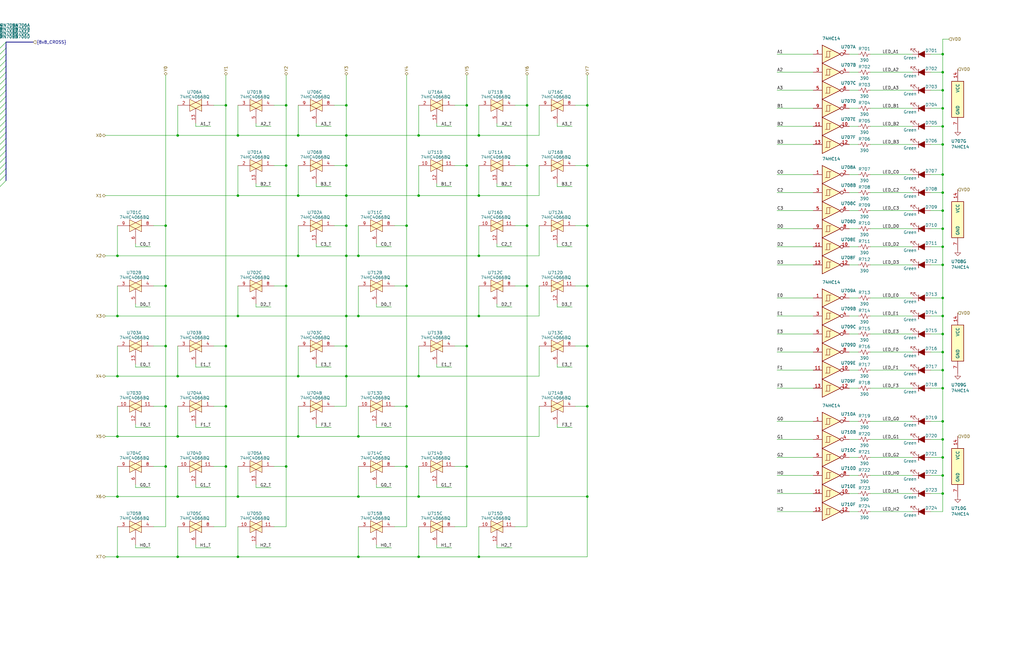
<source format=kicad_sch>
(kicad_sch (version 20250114) (generator "eeschema") (generator_version "9.0")
  (paper "B")
  (junction (at 242.57 290.83))
  (junction (at 151.13 234.95))
  (junction (at 201.93 107.95))
  (junction (at 397.51 163.83))
  (junction (at 397.51 133.35))
  (junction (at 69.85 120.65))
  (junction (at 196.85 44.45))
  (junction (at 69.85 196.85))
  (junction (at 95.25 171.45))
  (junction (at 95.25 196.85))
  (junction (at 120.65 120.65))
  (junction (at 247.65 209.55))
  (junction (at 397.51 22.86))
  (junction (at 176.53 209.55))
  (junction (at 146.05 95.25))
  (junction (at 267.97 290.83))
  (junction (at 146.05 158.75))
  (junction (at 171.45 196.85))
  (junction (at 201.93 234.95))
  (junction (at 255.27 290.83))
  (junction (at 397.51 73.66))
  (junction (at 176.53 57.15))
  (junction (at 171.45 171.45))
  (junction (at 151.13 184.15))
  (junction (at 74.93 158.75))
  (junction (at 201.93 57.15))
  (junction (at 120.65 44.45))
  (junction (at 100.33 133.35))
  (junction (at 222.25 44.45))
  (junction (at 74.93 57.15))
  (junction (at 125.73 57.15))
  (junction (at 69.85 95.25))
  (junction (at 171.45 95.25))
  (junction (at 222.25 120.65))
  (junction (at 198.12 290.83))
  (junction (at 176.53 158.75))
  (junction (at 146.05 133.35))
  (junction (at 247.65 95.25))
  (junction (at 69.85 146.05))
  (junction (at 293.37 290.83))
  (junction (at 222.25 69.85))
  (junction (at 247.65 44.45))
  (junction (at 120.65 196.85))
  (junction (at 176.53 82.55))
  (junction (at 222.25 95.25))
  (junction (at 397.51 140.97))
  (junction (at 397.51 200.66))
  (junction (at 184.15 290.83))
  (junction (at 397.51 208.28))
  (junction (at 170.18 331.47))
  (junction (at 280.67 290.83))
  (junction (at 69.85 171.45))
  (junction (at 74.93 184.15))
  (junction (at 198.12 331.47))
  (junction (at 49.53 234.95))
  (junction (at 125.73 82.55))
  (junction (at 397.51 111.76))
  (junction (at 247.65 146.05))
  (junction (at 95.25 44.45))
  (junction (at 49.53 107.95))
  (junction (at 49.53 184.15))
  (junction (at 397.51 88.9))
  (junction (at 201.93 133.35))
  (junction (at 100.33 234.95))
  (junction (at 397.51 60.96))
  (junction (at 100.33 82.55))
  (junction (at 156.21 331.47))
  (junction (at 397.51 177.8))
  (junction (at 184.15 331.47))
  (junction (at 125.73 158.75))
  (junction (at 247.65 120.65))
  (junction (at 397.51 53.34))
  (junction (at 100.33 57.15))
  (junction (at 49.53 158.75))
  (junction (at 151.13 107.95))
  (junction (at 49.53 133.35))
  (junction (at 397.51 104.14))
  (junction (at 170.18 290.83))
  (junction (at 397.51 125.73))
  (junction (at 397.51 38.1))
  (junction (at 397.51 96.52))
  (junction (at 176.53 234.95))
  (junction (at 247.65 171.45))
  (junction (at 151.13 209.55))
  (junction (at 125.73 184.15))
  (junction (at 247.65 69.85))
  (junction (at 146.05 107.95))
  (junction (at 397.51 45.72))
  (junction (at 95.25 146.05))
  (junction (at 146.05 44.45))
  (junction (at 201.93 82.55))
  (junction (at 397.51 193.04))
  (junction (at 212.09 290.83))
  (junction (at 146.05 146.05))
  (junction (at 397.51 30.48))
  (junction (at 196.85 69.85))
  (junction (at 397.51 156.21))
  (junction (at 74.93 234.95))
  (junction (at 397.51 81.28))
  (junction (at 146.05 57.15))
  (junction (at 397.51 185.42))
  (junction (at 156.21 290.83))
  (junction (at 120.65 69.85))
  (junction (at 196.85 196.85))
  (junction (at 100.33 209.55))
  (junction (at 397.51 148.59))
  (junction (at 49.53 209.55))
  (junction (at 74.93 209.55))
  (junction (at 125.73 107.95))
  (junction (at 217.17 290.83))
  (junction (at 176.53 331.47))
  (junction (at 151.13 133.35))
  (junction (at 171.45 120.65))
  (junction (at 146.05 82.55))
  (junction (at 229.87 290.83))
  (junction (at 146.05 69.85))
  (junction (at 196.85 146.05))
  (bus_entry (at 2.54 50.8) (size -2.54 2.54))
  (bus_entry (at 2.54 22.86) (size -2.54 2.54))
  (bus_entry (at 2.54 66.04) (size -2.54 2.54))
  (bus_entry (at 2.54 17.78) (size -2.54 2.54))
  (bus_entry (at 2.54 38.1) (size -2.54 2.54))
  (bus_entry (at 2.54 55.88) (size -2.54 2.54))
  (bus_entry (at 2.54 68.58) (size -2.54 2.54))
  (bus_entry (at 2.54 20.32) (size -2.54 2.54))
  (bus_entry (at 2.54 45.72) (size -2.54 2.54))
  (bus_entry (at 2.54 35.56) (size -2.54 2.54))
  (bus_entry (at 2.54 43.18) (size -2.54 2.54))
  (bus_entry (at 2.54 40.64) (size -2.54 2.54))
  (bus_entry (at 2.54 30.48) (size -2.54 2.54))
  (bus_entry (at 2.54 76.2) (size -2.54 2.54))
  (bus_entry (at 2.54 33.02) (size -2.54 2.54))
  (bus_entry (at 2.54 63.5) (size -2.54 2.54))
  (bus_entry (at 2.54 53.34) (size -2.54 2.54))
  (bus_entry (at 2.54 27.94) (size -2.54 2.54))
  (bus_entry (at 2.54 25.4) (size -2.54 2.54))
  (bus_entry (at 2.54 71.12) (size -2.54 2.54))
  (bus_entry (at 2.54 48.26) (size -2.54 2.54))
  (bus_entry (at 2.54 58.42) (size -2.54 2.54))
  (bus_entry (at 2.54 73.66) (size -2.54 2.54))
  (bus_entry (at 2.54 60.96) (size -2.54 2.54))
  (wire (pts (xy 107.95 78.74) (xy 114.3 78.74)))
  (wire (pts (xy 358.14 73.66) (xy 361.95 73.66)))
  (wire (pts (xy 176.53 69.85) (xy 176.53 82.55)))
  (wire (pts (xy 166.37 196.85) (xy 171.45 196.85)))
  (wire (pts (xy 171.45 31.75) (xy 171.45 95.25)))
  (wire (pts (xy 146.05 57.15) (xy 176.53 57.15)))
  (wire (pts (xy 44.45 209.55) (xy 49.53 209.55)))
  (wire (pts (xy 400.05 16.51) (xy 397.51 16.51)))
  (wire (pts (xy 367.03 88.9) (xy 384.81 88.9)))
  (wire (pts (xy 397.51 73.66) (xy 397.51 81.28)))
  (wire (pts (xy 392.43 53.34) (xy 397.51 53.34)))
  (wire (pts (xy 151.13 107.95) (xy 201.93 107.95)))
  (wire (pts (xy -6.35 22.86) (xy 0 22.86)))
  (wire (pts (xy 327.66 38.1) (xy 342.9 38.1)))
  (wire (pts (xy 397.51 177.8) (xy 397.51 185.42)))
  (wire (pts (xy 125.73 158.75) (xy 146.05 158.75)))
  (wire (pts (xy 100.33 120.65) (xy 100.33 133.35)))
  (wire (pts (xy 392.43 96.52) (xy 397.51 96.52)))
  (wire (pts (xy 158.75 231.14) (xy 158.75 229.87)))
  (bus (pts (xy 2.54 27.94) (xy 2.54 30.48)))
  (wire (pts (xy 392.43 38.1) (xy 397.51 38.1)))
  (wire (pts (xy 140.97 171.45) (xy 146.05 171.45)))
  (wire (pts (xy 201.93 120.65) (xy 201.93 133.35)))
  (wire (pts (xy 201.93 57.15) (xy 227.33 57.15)))
  (wire (pts (xy 120.65 44.45) (xy 120.65 69.85)))
  (wire (pts (xy 367.03 45.72) (xy 384.81 45.72)))
  (wire (pts (xy 107.95 78.74) (xy 107.95 77.47)))
  (wire (pts (xy 64.77 95.25) (xy 69.85 95.25)))
  (wire (pts (xy 151.13 120.65) (xy 151.13 133.35)))
  (wire (pts (xy 327.66 111.76) (xy 342.9 111.76)))
  (wire (pts (xy 397.51 133.35) (xy 397.51 140.97)))
  (wire (pts (xy -6.35 25.4) (xy 0 25.4)))
  (wire (pts (xy 146.05 69.85) (xy 146.05 82.55)))
  (wire (pts (xy 133.35 154.94) (xy 139.7 154.94)))
  (wire (pts (xy 158.75 129.54) (xy 165.1 129.54)))
  (wire (pts (xy 171.45 196.85) (xy 171.45 222.25)))
  (wire (pts (xy 327.66 45.72) (xy 342.9 45.72)))
  (wire (pts (xy 49.53 171.45) (xy 49.53 184.15)))
  (wire (pts (xy 146.05 82.55) (xy 146.05 95.25)))
  (wire (pts (xy 242.57 171.45) (xy 247.65 171.45)))
  (wire (pts (xy 74.93 171.45) (xy 74.93 184.15)))
  (wire (pts (xy 209.55 231.14) (xy 215.9 231.14)))
  (wire (pts (xy 397.51 60.96) (xy 397.51 73.66)))
  (wire (pts (xy 397.51 30.48) (xy 397.51 38.1)))
  (wire (pts (xy 392.43 104.14) (xy 397.51 104.14)))
  (wire (pts (xy 327.66 148.59) (xy 342.9 148.59)))
  (wire (pts (xy -19.05 22.86) (xy -13.97 22.86)))
  (wire (pts (xy 397.51 22.86) (xy 397.51 30.48)))
  (wire (pts (xy -6.35 53.34) (xy 0 53.34)))
  (wire (pts (xy 74.93 196.85) (xy 74.93 209.55)))
  (wire (pts (xy 327.66 185.42) (xy 342.9 185.42)))
  (wire (pts (xy 217.17 290.83) (xy 229.87 290.83)))
  (wire (pts (xy 247.65 171.45) (xy 247.65 209.55)))
  (wire (pts (xy -6.35 20.32) (xy 0 20.32)))
  (wire (pts (xy 74.93 234.95) (xy 100.33 234.95)))
  (wire (pts (xy 358.14 38.1) (xy 361.95 38.1)))
  (wire (pts (xy 234.95 129.54) (xy 234.95 128.27)))
  (wire (pts (xy 358.14 200.66) (xy 361.95 200.66)))
  (wire (pts (xy 367.03 30.48) (xy 384.81 30.48)))
  (wire (pts (xy 100.33 133.35) (xy 146.05 133.35)))
  (wire (pts (xy 184.15 205.74) (xy 190.5 205.74)))
  (wire (pts (xy 227.33 95.25) (xy 227.33 107.95)))
  (wire (pts (xy 146.05 44.45) (xy 146.05 57.15)))
  (wire (pts (xy 198.12 331.47) (xy 212.09 331.47)))
  (wire (pts (xy 201.93 234.95) (xy 247.65 234.95)))
  (wire (pts (xy 327.66 104.14) (xy 342.9 104.14)))
  (wire (pts (xy -6.35 55.88) (xy 0 55.88)))
  (wire (pts (xy 82.55 154.94) (xy 82.55 153.67)))
  (wire (pts (xy 170.18 290.83) (xy 170.18 299.72)))
  (wire (pts (xy 367.03 125.73) (xy 384.81 125.73)))
  (wire (pts (xy 392.43 88.9) (xy 397.51 88.9)))
  (wire (pts (xy 358.14 53.34) (xy 361.95 53.34)))
  (wire (pts (xy 44.45 57.15) (xy 74.93 57.15)))
  (wire (pts (xy 196.85 69.85) (xy 196.85 146.05)))
  (wire (pts (xy 57.15 205.74) (xy 57.15 204.47)))
  (wire (pts (xy -6.35 35.56) (xy 0 35.56)))
  (wire (pts (xy -6.35 76.2) (xy 0 76.2)))
  (wire (pts (xy 397.51 163.83) (xy 397.51 177.8)))
  (wire (pts (xy 74.93 222.25) (xy 74.93 234.95)))
  (wire (pts (xy 327.66 22.86) (xy 342.9 22.86)))
  (wire (pts (xy 107.95 231.14) (xy 114.3 231.14)))
  (wire (pts (xy 151.13 171.45) (xy 151.13 184.15)))
  (wire (pts (xy -6.35 60.96) (xy 0 60.96)))
  (wire (pts (xy 209.55 53.34) (xy 209.55 52.07)))
  (wire (pts (xy 115.57 120.65) (xy 120.65 120.65)))
  (wire (pts (xy 49.53 234.95) (xy 74.93 234.95)))
  (wire (pts (xy 166.37 171.45) (xy 171.45 171.45)))
  (wire (pts (xy 171.45 171.45) (xy 171.45 196.85)))
  (wire (pts (xy 242.57 69.85) (xy 247.65 69.85)))
  (wire (pts (xy 397.51 148.59) (xy 397.51 156.21)))
  (wire (pts (xy 209.55 78.74) (xy 215.9 78.74)))
  (wire (pts (xy -19.05 55.88) (xy -13.97 55.88)))
  (wire (pts (xy 209.55 104.14) (xy 209.55 102.87)))
  (wire (pts (xy 392.43 125.73) (xy 397.51 125.73)))
  (wire (pts (xy -19.05 33.02) (xy -13.97 33.02)))
  (bus (pts (xy 2.54 35.56) (xy 2.54 38.1)))
  (wire (pts (xy 280.67 290.83) (xy 280.67 294.64)))
  (bus (pts (xy 13.97 17.78) (xy 2.54 17.78)))
  (wire (pts (xy 74.93 57.15) (xy 100.33 57.15)))
  (bus (pts (xy 2.54 30.48) (xy 2.54 33.02)))
  (wire (pts (xy 201.93 44.45) (xy 201.93 57.15)))
  (wire (pts (xy 392.43 22.86) (xy 397.51 22.86)))
  (wire (pts (xy 64.77 146.05) (xy 69.85 146.05)))
  (wire (pts (xy 397.51 38.1) (xy 397.51 45.72)))
  (wire (pts (xy 327.66 96.52) (xy 342.9 96.52)))
  (wire (pts (xy 201.93 133.35) (xy 227.33 133.35)))
  (wire (pts (xy 217.17 222.25) (xy 222.25 222.25)))
  (wire (pts (xy 57.15 129.54) (xy 63.5 129.54)))
  (wire (pts (xy 100.33 82.55) (xy 125.73 82.55)))
  (wire (pts (xy 133.35 78.74) (xy 139.7 78.74)))
  (wire (pts (xy 100.33 69.85) (xy 100.33 82.55)))
  (wire (pts (xy 367.03 215.9) (xy 384.81 215.9)))
  (wire (pts (xy 358.14 193.04) (xy 361.95 193.04)))
  (wire (pts (xy -6.35 50.8) (xy 0 50.8)))
  (wire (pts (xy 392.43 208.28) (xy 397.51 208.28)))
  (wire (pts (xy 125.73 107.95) (xy 146.05 107.95)))
  (wire (pts (xy 140.97 69.85) (xy 146.05 69.85)))
  (wire (pts (xy 234.95 53.34) (xy 241.3 53.34)))
  (wire (pts (xy 392.43 45.72) (xy 397.51 45.72)))
  (wire (pts (xy 209.55 231.14) (xy 209.55 229.87)))
  (wire (pts (xy 69.85 120.65) (xy 69.85 146.05)))
  (wire (pts (xy 69.85 196.85) (xy 69.85 222.25)))
  (wire (pts (xy 327.66 177.8) (xy 342.9 177.8)))
  (wire (pts (xy 293.37 290.83) (xy 295.91 290.83)))
  (wire (pts (xy 209.55 129.54) (xy 209.55 128.27)))
  (wire (pts (xy 222.25 31.75) (xy 222.25 44.45)))
  (wire (pts (xy 107.95 53.34) (xy 114.3 53.34)))
  (wire (pts (xy 358.14 125.73) (xy 361.95 125.73)))
  (wire (pts (xy 100.33 222.25) (xy 100.33 234.95)))
  (wire (pts (xy 57.15 231.14) (xy 63.5 231.14)))
  (wire (pts (xy 255.27 290.83) (xy 267.97 290.83)))
  (wire (pts (xy 247.65 31.75) (xy 247.65 44.45)))
  (wire (pts (xy -19.05 50.8) (xy -13.97 50.8)))
  (wire (pts (xy 198.12 290.83) (xy 212.09 290.83)))
  (bus (pts (xy 2.54 68.58) (xy 2.54 71.12)))
  (wire (pts (xy 156.21 290.83) (xy 170.18 290.83)))
  (wire (pts (xy 191.77 146.05) (xy 196.85 146.05)))
  (wire (pts (xy 242.57 95.25) (xy 247.65 95.25)))
  (wire (pts (xy 95.25 171.45) (xy 95.25 196.85)))
  (wire (pts (xy 397.51 200.66) (xy 397.51 208.28)))
  (wire (pts (xy 397.51 148.59) (xy 397.51 140.97)))
  (wire (pts (xy 217.17 120.65) (xy 222.25 120.65)))
  (wire (pts (xy 146.05 133.35) (xy 146.05 146.05)))
  (wire (pts (xy 392.43 81.28) (xy 397.51 81.28)))
  (wire (pts (xy 146.05 107.95) (xy 146.05 133.35)))
  (wire (pts (xy 191.77 222.25) (xy 196.85 222.25)))
  (wire (pts (xy 146.05 107.95) (xy 151.13 107.95)))
  (wire (pts (xy 367.03 96.52) (xy 384.81 96.52)))
  (wire (pts (xy 176.53 158.75) (xy 227.33 158.75)))
  (wire (pts (xy 358.14 177.8) (xy 361.95 177.8)))
  (wire (pts (xy 397.51 88.9) (xy 397.51 81.28)))
  (wire (pts (xy 69.85 171.45) (xy 69.85 196.85)))
  (bus (pts (xy 2.54 17.78) (xy 2.54 20.32)))
  (wire (pts (xy 358.14 156.21) (xy 361.95 156.21)))
  (wire (pts (xy 358.14 185.42) (xy 361.95 185.42)))
  (wire (pts (xy 201.93 107.95) (xy 227.33 107.95)))
  (wire (pts (xy 146.05 133.35) (xy 151.13 133.35)))
  (wire (pts (xy -19.05 68.58) (xy -13.97 68.58)))
  (wire (pts (xy 327.66 53.34) (xy 342.9 53.34)))
  (wire (pts (xy 44.45 158.75) (xy 49.53 158.75)))
  (wire (pts (xy 201.93 95.25) (xy 201.93 107.95)))
  (wire (pts (xy 247.65 95.25) (xy 247.65 120.65)))
  (wire (pts (xy 133.35 53.34) (xy 139.7 53.34)))
  (wire (pts (xy 397.51 45.72) (xy 397.51 53.34)))
  (wire (pts (xy 196.85 31.75) (xy 196.85 44.45)))
  (wire (pts (xy 69.85 146.05) (xy 69.85 171.45)))
  (wire (pts (xy 49.53 95.25) (xy 49.53 107.95)))
  (wire (pts (xy 158.75 205.74) (xy 165.1 205.74)))
  (wire (pts (xy 140.97 146.05) (xy 146.05 146.05)))
  (wire (pts (xy 158.75 231.14) (xy 165.1 231.14)))
  (wire (pts (xy -19.05 30.48) (xy -13.97 30.48)))
  (wire (pts (xy 133.35 104.14) (xy 139.7 104.14)))
  (wire (pts (xy 146.05 158.75) (xy 146.05 171.45)))
  (wire (pts (xy -6.35 71.12) (xy 0 71.12)))
  (wire (pts (xy 156.21 290.83) (xy 142.24 290.83)))
  (wire (pts (xy 227.33 69.85) (xy 227.33 82.55)))
  (wire (pts (xy 64.77 120.65) (xy 69.85 120.65)))
  (wire (pts (xy -19.05 53.34) (xy -13.97 53.34)))
  (wire (pts (xy -19.05 76.2) (xy -13.97 76.2)))
  (wire (pts (xy 107.95 53.34) (xy 107.95 52.07)))
  (wire (pts (xy 201.93 82.55) (xy 227.33 82.55)))
  (wire (pts (xy 367.03 38.1) (xy 384.81 38.1)))
  (wire (pts (xy 44.45 107.95) (xy 49.53 107.95)))
  (wire (pts (xy 140.97 95.25) (xy 146.05 95.25)))
  (wire (pts (xy 222.25 120.65) (xy 222.25 222.25)))
  (wire (pts (xy 367.03 140.97) (xy 384.81 140.97)))
  (wire (pts (xy 209.55 53.34) (xy 215.9 53.34)))
  (wire (pts (xy 176.53 222.25) (xy 176.53 234.95)))
  (wire (pts (xy 184.15 331.47) (xy 198.12 331.47)))
  (wire (pts (xy 176.53 146.05) (xy 176.53 158.75)))
  (wire (pts (xy 176.53 196.85) (xy 176.53 209.55)))
  (wire (pts (xy 100.33 234.95) (xy 151.13 234.95)))
  (wire (pts (xy 125.73 44.45) (xy 125.73 57.15)))
  (wire (pts (xy 184.15 231.14) (xy 184.15 229.87)))
  (wire (pts (xy 82.55 180.34) (xy 88.9 180.34)))
  (wire (pts (xy 397.51 185.42) (xy 397.51 193.04)))
  (wire (pts (xy 327.66 88.9) (xy 342.9 88.9)))
  (wire (pts (xy 170.18 331.47) (xy 170.18 325.12)))
  (wire (pts (xy 158.75 129.54) (xy 158.75 128.27)))
  (wire (pts (xy 184.15 231.14) (xy 190.5 231.14)))
  (bus (pts (xy 2.54 53.34) (xy 2.54 55.88)))
  (wire (pts (xy 151.13 95.25) (xy 151.13 107.95)))
  (wire (pts (xy 90.17 171.45) (xy 95.25 171.45)))
  (wire (pts (xy 74.93 44.45) (xy 74.93 57.15)))
  (wire (pts (xy 247.65 120.65) (xy 247.65 146.05)))
  (wire (pts (xy 227.33 120.65) (xy 227.33 133.35)))
  (wire (pts (xy -6.35 33.02) (xy 0 33.02)))
  (wire (pts (xy 44.45 234.95) (xy 49.53 234.95)))
  (wire (pts (xy -19.05 40.64) (xy -13.97 40.64)))
  (wire (pts (xy -19.05 38.1) (xy -13.97 38.1)))
  (wire (pts (xy 100.33 196.85) (xy 100.33 209.55)))
  (wire (pts (xy 358.14 163.83) (xy 361.95 163.83)))
  (wire (pts (xy 156.21 331.47) (xy 142.24 331.47)))
  (wire (pts (xy 156.21 331.47) (xy 170.18 331.47)))
  (wire (pts (xy 358.14 215.9) (xy 361.95 215.9)))
  (wire (pts (xy 196.85 146.05) (xy 196.85 196.85)))
  (wire (pts (xy 392.43 148.59) (xy 397.51 148.59)))
  (wire (pts (xy 392.43 111.76) (xy 397.51 111.76)))
  (wire (pts (xy 57.15 104.14) (xy 63.5 104.14)))
  (wire (pts (xy 234.95 78.74) (xy 241.3 78.74)))
  (wire (pts (xy 125.73 95.25) (xy 125.73 107.95)))
  (wire (pts (xy 125.73 146.05) (xy 125.73 158.75)))
  (wire (pts (xy 82.55 205.74) (xy 88.9 205.74)))
  (wire (pts (xy 133.35 53.34) (xy 133.35 52.07)))
  (wire (pts (xy 90.17 196.85) (xy 95.25 196.85)))
  (wire (pts (xy 280.67 290.83) (xy 293.37 290.83)))
  (wire (pts (xy 133.35 104.14) (xy 133.35 102.87)))
  (wire (pts (xy 100.33 44.45) (xy 100.33 57.15)))
  (wire (pts (xy 358.14 30.48) (xy 361.95 30.48)))
  (wire (pts (xy -19.05 20.32) (xy -13.97 20.32)))
  (wire (pts (xy -19.05 71.12) (xy -13.97 71.12)))
  (bus (pts (xy 2.54 60.96) (xy 2.54 63.5)))
  (wire (pts (xy 234.95 78.74) (xy 234.95 77.47)))
  (wire (pts (xy 151.13 234.95) (xy 176.53 234.95)))
  (wire (pts (xy 367.03 148.59) (xy 384.81 148.59)))
  (wire (pts (xy 293.37 290.83) (xy 293.37 294.64)))
  (wire (pts (xy 392.43 60.96) (xy 397.51 60.96)))
  (wire (pts (xy 125.73 82.55) (xy 146.05 82.55)))
  (wire (pts (xy 222.25 44.45) (xy 222.25 69.85)))
  (wire (pts (xy 171.45 120.65) (xy 171.45 171.45)))
  (wire (pts (xy 247.65 146.05) (xy 247.65 171.45)))
  (wire (pts (xy 217.17 69.85) (xy 222.25 69.85)))
  (wire (pts (xy 64.77 222.25) (xy 69.85 222.25)))
  (wire (pts (xy 358.14 96.52) (xy 361.95 96.52)))
  (wire (pts (xy 176.53 234.95) (xy 201.93 234.95)))
  (wire (pts (xy 358.14 22.86) (xy 361.95 22.86)))
  (wire (pts (xy -6.35 73.66) (xy 0 73.66)))
  (wire (pts (xy 142.24 331.47) (xy 142.24 325.12)))
  (wire (pts (xy 146.05 31.75) (xy 146.05 44.45)))
  (wire (pts (xy -19.05 48.26) (xy -13.97 48.26)))
  (wire (pts (xy 367.03 193.04) (xy 384.81 193.04)))
  (wire (pts (xy 115.57 196.85) (xy 120.65 196.85)))
  (wire (pts (xy 184.15 53.34) (xy 184.15 52.07)))
  (wire (pts (xy 327.66 30.48) (xy 342.9 30.48)))
  (wire (pts (xy 358.14 81.28) (xy 361.95 81.28)))
  (wire (pts (xy 367.03 133.35) (xy 384.81 133.35)))
  (wire (pts (xy 64.77 196.85) (xy 69.85 196.85)))
  (wire (pts (xy 397.51 104.14) (xy 397.51 96.52)))
  (wire (pts (xy 82.55 53.34) (xy 82.55 52.07)))
  (wire (pts (xy 158.75 180.34) (xy 165.1 180.34)))
  (wire (pts (xy 367.03 22.86) (xy 384.81 22.86)))
  (wire (pts (xy 184.15 290.83) (xy 198.12 290.83)))
  (wire (pts (xy 146.05 158.75) (xy 176.53 158.75)))
  (wire (pts (xy 397.51 104.14) (xy 397.51 111.76)))
  (wire (pts (xy -19.05 60.96) (xy -13.97 60.96)))
  (wire (pts (xy 198.12 290.83) (xy 198.12 299.72)))
  (wire (pts (xy 64.77 171.45) (xy 69.85 171.45)))
  (wire (pts (xy 327.66 156.21) (xy 342.9 156.21)))
  (wire (pts (xy -6.35 40.64) (xy 0 40.64)))
  (wire (pts (xy 57.15 104.14) (xy 57.15 102.87)))
  (wire (pts (xy 176.53 57.15) (xy 201.93 57.15)))
  (wire (pts (xy 327.66 215.9) (xy 342.9 215.9)))
  (wire (pts (xy 107.95 205.74) (xy 107.95 204.47)))
  (wire (pts (xy 234.95 104.14) (xy 234.95 102.87)))
  (wire (pts (xy 49.53 120.65) (xy 49.53 133.35)))
  (wire (pts (xy 120.65 69.85) (xy 120.65 120.65)))
  (wire (pts (xy 146.05 146.05) (xy 146.05 158.75)))
  (wire (pts (xy 234.95 53.34) (xy 234.95 52.07)))
  (wire (pts (xy -6.35 43.18) (xy 0 43.18)))
  (wire (pts (xy -19.05 66.04) (xy -13.97 66.04)))
  (wire (pts (xy 166.37 120.65) (xy 171.45 120.65)))
  (wire (pts (xy 82.55 53.34) (xy 88.9 53.34)))
  (bus (pts (xy 2.54 71.12) (xy 2.54 73.66)))
  (wire (pts (xy 151.13 222.25) (xy 151.13 234.95)))
  (wire (pts (xy 171.45 95.25) (xy 171.45 120.65)))
  (wire (pts (xy 49.53 158.75) (xy 74.93 158.75)))
  (wire (pts (xy 191.77 196.85) (xy 196.85 196.85)))
  (bus (pts (xy 2.54 33.02) (xy 2.54 35.56)))
  (wire (pts (xy 57.15 129.54) (xy 57.15 128.27)))
  (wire (pts (xy 184.15 53.34) (xy 190.5 53.34)))
  (wire (pts (xy 57.15 154.94) (xy 63.5 154.94)))
  (wire (pts (xy 358.14 208.28) (xy 361.95 208.28)))
  (wire (pts (xy 367.03 185.42) (xy 384.81 185.42)))
  (wire (pts (xy 176.53 82.55) (xy 201.93 82.55)))
  (wire (pts (xy 90.17 222.25) (xy 95.25 222.25)))
  (wire (pts (xy 74.93 158.75) (xy 125.73 158.75)))
  (wire (pts (xy 57.15 154.94) (xy 57.15 153.67)))
  (wire (pts (xy 367.03 81.28) (xy 384.81 81.28)))
  (wire (pts (xy 392.43 215.9) (xy 397.51 215.9)))
  (wire (pts (xy 242.57 120.65) (xy 247.65 120.65)))
  (wire (pts (xy 327.66 60.96) (xy 342.9 60.96)))
  (wire (pts (xy 133.35 154.94) (xy 133.35 153.67)))
  (wire (pts (xy -6.35 78.74) (xy 0 78.74)))
  (wire (pts (xy 49.53 133.35) (xy 100.33 133.35)))
  (wire (pts (xy 95.25 31.75) (xy 95.25 44.45)))
  (bus (pts (xy 2.54 43.18) (xy 2.54 45.72)))
  (wire (pts (xy 392.43 185.42) (xy 397.51 185.42)))
  (bus (pts (xy 2.54 63.5) (xy 2.54 66.04)))
  (wire (pts (xy 327.66 125.73) (xy 342.9 125.73)))
  (wire (pts (xy 49.53 146.05) (xy 49.53 158.75)))
  (wire (pts (xy 120.65 196.85) (xy 120.65 222.25)))
  (wire (pts (xy 69.85 31.75) (xy 69.85 95.25)))
  (wire (pts (xy 367.03 73.66) (xy 384.81 73.66)))
  (wire (pts (xy 397.51 16.51) (xy 397.51 22.86)))
  (wire (pts (xy 44.45 133.35) (xy 49.53 133.35)))
  (wire (pts (xy 100.33 209.55) (xy 151.13 209.55)))
  (wire (pts (xy 229.87 290.83) (xy 242.57 290.83)))
  (wire (pts (xy 44.45 82.55) (xy 100.33 82.55)))
  (wire (pts (xy 151.13 184.15) (xy 227.33 184.15)))
  (wire (pts (xy 212.09 290.83) (xy 212.09 299.72)))
  (wire (pts (xy -6.35 38.1) (xy 0 38.1)))
  (wire (pts (xy 227.33 44.45) (xy 227.33 57.15)))
  (wire (pts (xy 234.95 129.54) (xy 241.3 129.54)))
  (wire (pts (xy 158.75 205.74) (xy 158.75 204.47)))
  (wire (pts (xy -19.05 35.56) (xy -13.97 35.56)))
  (wire (pts (xy 392.43 193.04) (xy 397.51 193.04)))
  (wire (pts (xy 327.66 140.97) (xy 342.9 140.97)))
  (bus (pts (xy 2.54 48.26) (xy 2.54 50.8)))
  (wire (pts (xy 327.66 133.35) (xy 342.9 133.35)))
  (wire (pts (xy 140.97 44.45) (xy 146.05 44.45)))
  (wire (pts (xy 170.18 331.47) (xy 176.53 331.47)))
  (wire (pts (xy -19.05 45.72) (xy -13.97 45.72)))
  (wire (pts (xy 397.51 200.66) (xy 397.51 193.04)))
  (wire (pts (xy 100.33 57.15) (xy 125.73 57.15)))
  (bus (pts (xy 2.54 50.8) (xy 2.54 53.34)))
  (wire (pts (xy 227.33 171.45) (xy 227.33 184.15)))
  (wire (pts (xy 242.57 290.83) (xy 242.57 294.64)))
  (bus (pts (xy 2.54 66.04) (xy 2.54 68.58)))
  (wire (pts (xy 146.05 57.15) (xy 146.05 69.85)))
  (wire (pts (xy 397.51 53.34) (xy 397.51 60.96)))
  (wire (pts (xy 125.73 184.15) (xy 151.13 184.15)))
  (wire (pts (xy 107.95 129.54) (xy 107.95 128.27)))
  (wire (pts (xy 57.15 205.74) (xy 63.5 205.74)))
  (wire (pts (xy 184.15 205.74) (xy 184.15 204.47)))
  (wire (pts (xy 327.66 200.66) (xy 342.9 200.66)))
  (wire (pts (xy 392.43 30.48) (xy 397.51 30.48)))
  (wire (pts (xy 142.24 290.83) (xy 142.24 299.72)))
  (wire (pts (xy 95.25 146.05) (xy 95.25 171.45)))
  (wire (pts (xy 392.43 163.83) (xy 397.51 163.83)))
  (wire (pts (xy -19.05 58.42) (xy -13.97 58.42)))
  (wire (pts (xy 184.15 154.94) (xy 184.15 153.67)))
  (wire (pts (xy 367.03 111.76) (xy 384.81 111.76)))
  (wire (pts (xy 156.21 331.47) (xy 156.21 325.12)))
  (bus (pts (xy 2.54 25.4) (xy 2.54 27.94)))
  (wire (pts (xy 217.17 290.83) (xy 217.17 294.64)))
  (wire (pts (xy 120.65 31.75) (xy 120.65 44.45)))
  (wire (pts (xy 327.66 81.28) (xy 342.9 81.28)))
  (wire (pts (xy 191.77 69.85) (xy 196.85 69.85)))
  (wire (pts (xy 392.43 156.21) (xy 397.51 156.21)))
  (bus (pts (xy 2.54 73.66) (xy 2.54 76.2)))
  (wire (pts (xy 57.15 231.14) (xy 57.15 229.87)))
  (wire (pts (xy 184.15 78.74) (xy 190.5 78.74)))
  (wire (pts (xy 247.65 44.45) (xy 247.65 69.85)))
  (wire (pts (xy 176.53 209.55) (xy 247.65 209.55)))
  (wire (pts (xy 69.85 95.25) (xy 69.85 120.65)))
  (wire (pts (xy 184.15 78.74) (xy 184.15 77.47)))
  (wire (pts (xy 209.55 78.74) (xy 209.55 77.47)))
  (wire (pts (xy 392.43 140.97) (xy 397.51 140.97)))
  (wire (pts (xy 327.66 193.04) (xy 342.9 193.04)))
  (wire (pts (xy 198.12 331.47) (xy 198.12 325.12)))
  (wire (pts (xy 176.53 44.45) (xy 176.53 57.15)))
  (wire (pts (xy 57.15 180.34) (xy 57.15 179.07)))
  (wire (pts (xy 201.93 222.25) (xy 201.93 234.95)))
  (wire (pts (xy 392.43 133.35) (xy 397.51 133.35)))
  (wire (pts (xy 267.97 290.83) (xy 267.97 294.64)))
  (wire (pts (xy -6.35 30.48) (xy 0 30.48)))
  (wire (pts (xy 367.03 156.21) (xy 384.81 156.21)))
  (wire (pts (xy 358.14 104.14) (xy 361.95 104.14)))
  (wire (pts (xy 158.75 104.14) (xy 158.75 102.87)))
  (wire (pts (xy 90.17 44.45) (xy 95.25 44.45)))
  (wire (pts (xy 358.14 133.35) (xy 361.95 133.35)))
  (wire (pts (xy 367.03 208.28) (xy 384.81 208.28)))
  (wire (pts (xy 146.05 82.55) (xy 176.53 82.55)))
  (wire (pts (xy 242.57 146.05) (xy 247.65 146.05)))
  (wire (pts (xy -6.35 63.5) (xy 0 63.5)))
  (wire (pts (xy 397.51 163.83) (xy 397.51 156.21)))
  (wire (pts (xy 44.45 184.15) (xy 49.53 184.15)))
  (wire (pts (xy 234.95 154.94) (xy 234.95 153.67)))
  (wire (pts (xy 120.65 120.65) (xy 120.65 196.85)))
  (wire (pts (xy 234.95 104.14) (xy 241.3 104.14)))
  (wire (pts (xy 201.93 69.85) (xy 201.93 82.55)))
  (wire (pts (xy -6.35 66.04) (xy 0 66.04)))
  (wire (pts (xy -6.35 48.26) (xy 0 48.26)))
  (wire (pts (xy -6.35 27.94) (xy 0 27.94)))
  (wire (pts (xy 151.13 133.35) (xy 201.93 133.35)))
  (wire (pts (xy 255.27 290.83) (xy 255.27 294.64)))
  (wire (pts (xy 125.73 69.85) (xy 125.73 82.55)))
  (wire (pts (xy -19.05 27.94) (xy -13.97 27.94)))
  (wire (pts (xy 392.43 73.66) (xy 397.51 73.66)))
  (wire (pts (xy 227.33 146.05) (xy 227.33 158.75)))
  (wire (pts (xy 222.25 95.25) (xy 222.25 120.65)))
  (wire (pts (xy 212.09 290.83) (xy 217.17 290.83)))
  (wire (pts (xy 397.51 111.76) (xy 397.51 125.73)))
  (wire (pts (xy -19.05 78.74) (xy -13.97 78.74)))
  (wire (pts (xy 358.14 148.59) (xy 361.95 148.59)))
  (wire (pts (xy 358.14 45.72) (xy 361.95 45.72)))
  (wire (pts (xy 234.95 180.34) (xy 234.95 179.07)))
  (wire (pts (xy 49.53 196.85) (xy 49.53 209.55)))
  (wire (pts (xy 57.15 180.34) (xy 63.5 180.34)))
  (wire (pts (xy 125.73 171.45) (xy 125.73 184.15)))
  (wire (pts (xy 267.97 290.83) (xy 280.67 290.83)))
  (wire (pts (xy 327.66 208.28) (xy 342.9 208.28)))
  (wire (pts (xy 49.53 184.15) (xy 74.93 184.15)))
  (wire (pts (xy 367.03 60.96) (xy 384.81 60.96)))
  (wire (pts (xy 158.75 180.34) (xy 158.75 179.07)))
  (wire (pts (xy 82.55 231.14) (xy 88.9 231.14)))
  (wire (pts (xy 107.95 205.74) (xy 114.3 205.74)))
  (wire (pts (xy 74.93 209.55) (xy 100.33 209.55)))
  (wire (pts (xy 184.15 290.83) (xy 184.15 299.72)))
  (wire (pts (xy 82.55 180.34) (xy 82.55 179.07)))
  (wire (pts (xy 166.37 95.25) (xy 171.45 95.25)))
  (wire (pts (xy 196.85 196.85) (xy 196.85 222.25)))
  (wire (pts (xy 191.77 44.45) (xy 196.85 44.45)))
  (wire (pts (xy 115.57 222.25) (xy 120.65 222.25)))
  (wire (pts (xy 247.65 69.85) (xy 247.65 95.25)))
  (wire (pts (xy 327.66 73.66) (xy 342.9 73.66)))
  (wire (pts (xy 392.43 200.66) (xy 397.51 200.66)))
  (wire (pts (xy 196.85 44.45) (xy 196.85 69.85)))
  (wire (pts (xy 358.14 140.97) (xy 361.95 140.97)))
  (wire (pts (xy 49.53 222.25) (xy 49.53 234.95)))
  (wire (pts (xy 397.51 96.52) (xy 397.51 88.9)))
  (wire (pts (xy -19.05 63.5) (xy -13.97 63.5)))
  (wire (pts (xy -6.35 68.58) (xy 0 68.58)))
  (wire (pts (xy -19.05 43.18) (xy -13.97 43.18)))
  (wire (pts (xy 184.15 331.47) (xy 184.15 325.12)))
  (wire (pts (xy -19.05 25.4) (xy -13.97 25.4)))
  (wire (pts (xy 234.95 154.94) (xy 241.3 154.94)))
  (wire (pts (xy 222.25 69.85) (xy 222.25 95.25)))
  (wire (pts (xy 151.13 196.85) (xy 151.13 209.55)))
  (bus (pts (xy 2.54 22.86) (xy 2.54 25.4)))
  (wire (pts (xy -6.35 58.42) (xy 0 58.42)))
  (wire (pts (xy 133.35 180.34) (xy 139.7 180.34)))
  (wire (pts (xy 133.35 180.34) (xy 133.35 179.07)))
  (bus (pts (xy 2.54 55.88) (xy 2.54 58.42)))
  (wire (pts (xy 392.43 177.8) (xy 397.51 177.8)))
  (wire (pts (xy 367.03 104.14) (xy 384.81 104.14)))
  (wire (pts (xy 217.17 95.25) (xy 222.25 95.25)))
  (wire (pts (xy 115.57 44.45) (xy 120.65 44.45)))
  (wire (pts (xy 74.93 146.05) (xy 74.93 158.75)))
  (wire (pts (xy 95.25 196.85) (xy 95.25 222.25)))
  (wire (pts (xy 176.53 331.47) (xy 184.15 331.47)))
  (bus (pts (xy 2.54 40.64) (xy 2.54 43.18)))
  (wire (pts (xy 367.03 200.66) (xy 384.81 200.66)))
  (wire (pts (xy 49.53 209.55) (xy 74.93 209.55)))
  (wire (pts (xy 146.05 95.25) (xy 146.05 107.95)))
  (wire (pts (xy -19.05 73.66) (xy -13.97 73.66)))
  (wire (pts (xy 327.66 163.83) (xy 342.9 163.83)))
  (wire (pts (xy 358.14 60.96) (xy 361.95 60.96)))
  (wire (pts (xy 95.25 44.45) (xy 95.25 146.05)))
  (wire (pts (xy 166.37 222.25) (xy 171.45 222.25)))
  (wire (pts (xy 158.75 104.14) (xy 165.1 104.14)))
  (wire (pts (xy 125.73 57.15) (xy 146.05 57.15)))
  (wire (pts (xy 82.55 205.74) (xy 82.55 204.47)))
  (wire (pts (xy 90.17 146.05) (xy 95.25 146.05)))
  (wire (pts (xy 74.93 184.15) (xy 125.73 184.15)))
  (wire (pts (xy 82.55 231.14) (xy 82.55 229.87)))
  (wire (pts (xy 133.35 78.74) (xy 133.35 77.47)))
  (wire (pts (xy 217.17 44.45) (xy 222.25 44.45)))
  (wire (pts (xy 358.14 111.76) (xy 361.95 111.76)))
  (wire (pts (xy 247.65 209.55) (xy 247.65 234.95)))
  (wire (pts (xy 209.55 104.14) (xy 215.9 104.14)))
  (wire (pts (xy 156.21 290.83) (xy 156.21 299.72)))
  (wire (pts (xy 212.09 331.47) (xy 212.09 325.12)))
  (wire (pts (xy -6.35 45.72) (xy 0 45.72)))
  (wire (pts (xy 234.95 180.34) (xy 241.3 180.34)))
  (wire (pts (xy 358.14 88.9) (xy 361.95 88.9)))
  (wire (pts (xy 242.57 44.45) (xy 247.65 44.45)))
  (wire (pts (xy 367.03 53.34) (xy 384.81 53.34)))
  (bus (pts (xy 2.54 38.1) (xy 2.54 40.64)))
  (wire (pts (xy 107.95 129.54) (xy 114.3 129.54)))
  (wire (pts (xy 184.15 154.94) (xy 190.5 154.94)))
  (wire (pts (xy 49.53 107.95) (xy 125.73 107.95)))
  (bus (pts (xy 2.54 58.42) (xy 2.54 60.96)))
  (bus (pts (xy 2.54 20.32) (xy 2.54 22.86)))
  (wire (pts (xy 229.87 290.83) (xy 229.87 294.64)))
  (wire (pts (xy 242.57 290.83) (xy 255.27 290.83)))
  (wire (pts (xy 170.18 290.83) (xy 184.15 290.83)))
  (wire (pts (xy 397.51 125.73) (xy 397.51 133.35)))
  (wire (pts (xy 115.57 69.85) (xy 120.65 69.85)))
  (wire (pts (xy 82.55 154.94) (xy 88.9 154.94)))
  (bus (pts (xy 2.54 45.72) (xy 2.54 48.26)))
  (wire (pts (xy 107.95 231.14) (xy 107.95 229.87)))
  (wire (pts (xy 397.51 215.9) (xy 397.51 208.28)))
  (wire (pts (xy 367.03 163.83) (xy 384.81 163.83)))
  (wire (pts (xy 367.03 177.8) (xy 384.81 177.8)))
  (wire (pts (xy 151.13 209.55) (xy 176.53 209.55)))
  (wire (pts (xy 209.55 129.54) (xy 215.9 129.54)))
  (label "LED_E3" (at 372.11 140.97 0))
  (label "G2" (at -1.27 71.12 180))
  (label "C0_T" (at 165.1 104.14 180))
  (label "H2_T" (at 215.9 231.14 180))
  (label "LED_C3" (at 372.11 88.9 0))
  (label "B3_T" (at -19.05 33.02 0))
  (label "A3_T" (at -19.05 25.4 0))
  (label "B1_T" (at -19.05 27.94 0))
  (label "B2_T" (at -19.05 30.48 0))
  (label "A1_T" (at -19.05 20.32 0))
  (label "A2_T" (at -19.05 22.86 0))
  (label "LED_A2" (at 372.11 30.48 0))
  (label "H0_T" (at 63.5 231.14 180))
  (label "G1" (at -1.27 68.58 180))
  (label "A2_T" (at 215.9 53.34 180))
  (label "LED_F1" (at 372.11 156.21 0))
  (label "LED_H0" (at 372.11 200.66 0))
  (label "F3_T" (at 241.3 180.34 180))
  (label "LED_E0" (at 372.11 125.73 0))
  (label "C2" (at -1.27 38.1 180))
  (label "H1_T" (at 190.5 231.14 180))
  (label "D0_T" (at 63.5 129.54 180))
  (label "G2_T" (at 114.3 205.74 180))
  (label "B3" (at 327.66 60.96 0))
  (label "F3" (at -1.27 63.5 180))
  (label "C0" (at 327.66 73.66 0))
  (label "C2_T" (at 215.9 104.14 180))
  (label "G1_T" (at 190.5 205.74 180))
  (label "H2" (at 327.66 215.9 0))
  (label "LED_G2" (at 372.11 193.04 0))
  (label "C0_T" (at 63.5 104.14 180))
  (label "LED_G1" (at 372.11 185.42 0))
  (label "A1" (at -1.27 20.32 180))
  (label "E0" (at -1.27 50.8 180))
  (label "H1" (at 327.66 208.28 0))
  (label "C3" (at 327.66 88.9 0))
  (label "H0_T" (at 165.1 231.14 180))
  (label "C3" (at -1.27 40.64 180))
  (label "B1" (at 327.66 45.72 0))
  (label "F0" (at -1.27 58.42 180))
  (label "B3" (at -1.27 33.02 180))
  (label "B2" (at -1.27 30.48 180))
  (label "B1" (at -1.27 27.94 180))
  (label "E0_T" (at -19.05 50.8 0))
  (label "E1_T" (at -19.05 53.34 0))
  (label "C3_T" (at -19.05 40.64 0))
  (label "D0_T" (at -19.05 43.18 0))
  (label "D2_T" (at -19.05 45.72 0))
  (label "D3_T" (at -19.05 48.26 0))
  (label "F3_T" (at -19.05 63.5 0))
  (label "G0_T" (at -19.05 66.04 0))
  (label "G1_T" (at -19.05 68.58 0))
  (label "E3_T" (at -19.05 55.88 0))
  (label "F0_T" (at -19.05 58.42 0))
  (label "F1_T" (at -19.05 60.96 0))
  (label "G2_T" (at -19.05 71.12 0))
  (label "H0_T" (at -19.05 73.66 0))
  (label "H1_T" (at -19.05 76.2 0))
  (label "H2_T" (at -19.05 78.74 0))
  (label "C0_T" (at -19.05 35.56 0))
  (label "C2_T" (at -19.05 38.1 0))
  (label "H2_T" (at 114.3 231.14 180))
  (label "E3_T" (at 241.3 154.94 180))
  (label "F0_T" (at 165.1 180.34 180))
  (label "G0" (at 327.66 177.8 0))
  (label "D0" (at 327.66 96.52 0))
  (label "H0" (at 327.66 200.66 0))
  (label "LED_B2" (at 372.11 53.34 0))
  (label "LED_F0" (at 372.11 148.59 0))
  (label "G0_T" (at 165.1 205.74 180))
  (label "A3" (at -1.27 25.4 180))
  (label "E1" (at -1.27 53.34 180))
  (label "G0_T" (at 63.5 205.74 180))
  (label "D3" (at -1.27 48.26 180))
  (label "H2" (at -1.27 78.74 180))
  (label "E0_T" (at 63.5 154.94 180))
  (label "D2" (at -1.27 45.72 180))
  (label "LED_A1" (at 372.11 22.86 0))
  (label "E0" (at 327.66 125.73 0))
  (label "A2" (at 327.66 30.48 0))
  (label "C3_T" (at 139.7 104.14 180))
  (label "F0" (at 327.66 148.59 0))
  (label "B3_T" (at 241.3 78.74 180))
  (label "B2_T" (at 114.3 78.74 180))
  (label "LED_F3" (at 372.11 163.83 0))
  (label "H0" (at -1.27 73.66 180))
  (label "LED_E1" (at 372.11 133.35 0))
  (label "B1_T" (at 190.5 78.74 180))
  (label "E1_T" (at 190.5 154.94 180))
  (label "H1" (at -1.27 76.2 180))
  (label "D2_T" (at 215.9 129.54 180))
  (label "G1_T" (at 88.9 205.74 180))
  (label "LED_D0" (at 372.11 96.52 0))
  (label "A2_T" (at 114.3 53.34 180))
  (label "E3" (at 327.66 140.97 0))
  (label "D0" (at -1.27 43.18 180))
  (label "E1" (at 327.66 133.35 0))
  (label "A1_T" (at 190.5 53.34 180))
  (label "G1" (at 327.66 185.42 0))
  (label "A1_T" (at 88.9 53.34 180))
  (label "A2" (at -1.27 22.86 180))
  (label "D3_T" (at 241.3 129.54 180))
  (label "E3_T" (at 139.7 154.94 180))
  (label "D2" (at 327.66 104.14 0))
  (label "E1_T" (at 88.9 154.94 180))
  (label "F0_T" (at 63.5 180.34 180))
  (label "D3" (at 327.66 111.76 0))
  (label "LED_H2" (at 372.11 215.9 0))
  (label "H1_T" (at 88.9 231.14 180))
  (label "G0" (at -1.27 66.04 180))
  (label "A3" (at 327.66 38.1 0))
  (label "F1" (at 327.66 156.21 0))
  (label "C2" (at 327.66 81.28 0))
  (label "B2_T" (at 215.9 78.74 180))
  (label "F1" (at -1.27 60.96 180))
  (label "LED_B1" (at 372.11 45.72 0))
  (label "B2" (at 327.66 53.34 0))
  (label "LED_D2" (at 372.11 104.14 0))
  (label "D2_T" (at 114.3 129.54 180))
  (label "A3_T" (at 241.3 53.34 180))
  (label "E3" (at -1.27 55.88 180))
  (label "LED_D3" (at 372.11 111.76 0))
  (label "D0_T" (at 165.1 129.54 180))
  (label "LED_C2" (at 372.11 81.28 0))
  (label "F1_T" (at 88.9 180.34 180))
  (label "LED_G0" (at 372.11 177.8 0))
  (label "C0" (at -1.27 35.56 180))
  (label "LED_H1" (at 372.11 208.28 0))
  (label "LED_C0" (at 372.11 73.66 0))
  (label "LED_A3" (at 372.11 38.1 0))
  (label "LED_B3" (at 372.11 60.96 0))
  (label "G2" (at 327.66 193.04 0))
  (label "F3" (at 327.66 163.83 0))
  (label "F3_T" (at 139.7 180.34 180))
  (label "C3_T" (at 241.3 104.14 180))
  (label "A3_T" (at 139.7 53.34 180))
  (label "B3_T" (at 139.7 78.74 180))
  (label "A1" (at 327.66 22.86 0))
  (hierarchical_label "VDD" (shape input) (at 400.05 16.51 0))
  (hierarchical_label "VDD" (shape input) (at 403.86 132.08 0))
  (hierarchical_label "VDD" (shape input) (at 403.86 184.15 0))
  (hierarchical_label "Y0" (shape bidirectional) (at 69.85 31.75 90))
  (hierarchical_label "Y6" (shape bidirectional) (at 222.25 31.75 90))
  (hierarchical_label "VDD" (shape input) (at 295.91 290.83 0))
  (hierarchical_label "Y3" (shape bidirectional) (at 146.05 31.75 90))
  (hierarchical_label "X6" (shape bidirectional) (at 44.45 209.55 180))
  (hierarchical_label "Y2" (shape bidirectional) (at 120.65 31.75 90))
  (hierarchical_label "X3" (shape bidirectional) (at 44.45 133.35 180))
  (hierarchical_label "Y1" (shape bidirectional) (at 95.25 31.75 90))
  (hierarchical_label "X5" (shape bidirectional) (at 44.45 184.15 180))
  (hierarchical_label "X2" (shape bidirectional) (at 44.45 107.95 180))
  (hierarchical_label "VDD" (shape input) (at 403.86 29.21 0))
  (hierarchical_label "Y7" (shape bidirectional) (at 247.65 31.75 90))
  (hierarchical_label "VDD" (shape input) (at 403.86 80.01 0))
  (hierarchical_label "X4" (shape bidirectional) (at 44.45 158.75 180))
  (hierarchical_label "X1" (shape bidirectional) (at 44.45 82.55 180))
  (hierarchical_label "Y4" (shape bidirectional) (at 171.45 31.75 90))
  (hierarchical_label "Y5" (shape bidirectional) (at 196.85 31.75 90))
  (hierarchical_label "X0" (shape bidirectional) (at 44.45 57.15 180))
  (hierarchical_label "X7" (shape bidirectional) (at 44.45 234.95 180))
  (hierarchical_label "{8x8_CROSS}" (shape input) (at 13.97 17.78 0))
  (symbol (lib_id "4xxx:4066") (at 209.55 222.25 180) (unit 4)
    (property "Reference" "U715" (at 212.09 216.662 0) (effects (justify left)))
    (property "Value" "74HC4066BQ" (at 215.392 218.694 0) (effects (justify left)))
    (property "Footprint" "Libraries:QFN_104BQX_NEX" (effects (hide yes)))
    (property "Datasheet" "https://assets.nexperia.com/documents/data-sheet/74HC_HCT4066_Q100.pdf" (effects (hide yes)))
    (property "Description" "Quad SPST Analog Switches" (effects (hide yes)))
    (property "DigiKey" "https://www.digikey.com/en/products/detail/nexperia-usa-inc/74HC4066BQ-Q100-11/3678895" (effects (hide yes)))
  )
  (symbol (lib_id "Library_MicSwitcher:R_Network04_Split") (at -10.16 45.72 90) (unit 3)
    (property "Reference" "RN703" (at -10.414 13.97 90))
    (property "Value" "680" (at -10.16 45.72 90))
    (property "Footprint" "Resistor_SMD:R_Array_Convex_4x1206" (effects (hide yes)))
    (property "Datasheet" "http://www.vishay.com/docs/31509/csc.pdf" (effects (hide yes)))
    (property "Description" "4 resistor network, star topology, bussed resistors, split" (effects (hide yes)))
  )
  (symbol (lib_id "Library_MicSwitcher:R_Network04_Split") (at -10.16 40.64 90) (unit 1)
    (property "Reference" "RN703" (at -10.414 10.668 90))
    (property "Value" "680" (at -10.16 40.64 90))
    (property "Footprint" "Resistor_SMD:R_Array_Convex_4x1206" (effects (hide yes)))
    (property "Datasheet" "http://www.vishay.com/docs/31509/csc.pdf" (effects (hide yes)))
    (property "Description" "4 resistor network, star topology, bussed resistors, split" (effects (hide yes)))
  )
  (symbol (lib_name "74HC14_6") (lib_id "74xx:74HC14") (at 350.52 60.96 0) (unit 6)
    (property "Reference" "U707" (at 354.584 57.912 0) (effects (justify left)))
    (property "Value" "74HC14" (effects (hide yes)))
    (property "Footprint" "Package_SO:SOIC-14_3.9x8.7mm_P1.27mm" (effects (hide yes)))
    (property "Datasheet" "http://www.ti.com/lit/gpn/sn74HC14" (effects (hide yes)))
    (property "Description" "Hex inverter schmitt trigger" (effects (hide yes)))
  )
  (symbol (lib_id "Library_MicSwitcher:R_Network04_Split") (at -10.16 71.12 90) (unit 1)
    (property "Reference" "RN706" (at 8.89 10.668 90))
    (property "Value" "680" (at -10.16 71.12 90))
    (property "Footprint" "Resistor_SMD:R_Array_Convex_4x1206" (effects (hide yes)))
    (property "Datasheet" "http://www.vishay.com/docs/31509/csc.pdf" (effects (hide yes)))
    (property "Description" "4 resistor network, star topology, bussed resistors, split" (effects (hide yes)))
  )
  (symbol (lib_name "74HC14_2") (lib_id "74xx:74HC14") (at 350.52 73.66 0) (unit 1)
    (property "Reference" "U708" (at 354.584 70.612 0) (effects (justify left)))
    (property "Value" "74HC14" (at 346.71 67.056 0) (effects (justify left)))
    (property "Footprint" "Package_SO:SOIC-14_3.9x8.7mm_P1.27mm" (effects (hide yes)))
    (property "Datasheet" "http://www.ti.com/lit/gpn/sn74HC14" (effects (hide yes)))
    (property "Description" "Hex inverter schmitt trigger" (effects (hide yes)))
  )
  (symbol (lib_id "4xxx:4066") (at 82.55 222.25 180) (unit 3)
    (property "Reference" "U705" (at 85.09 216.662 0) (effects (justify left)))
    (property "Value" "74HC4066BQ" (at 88.392 218.694 0) (effects (justify left)))
    (property "Footprint" "Libraries:QFN_104BQX_NEX" (effects (hide yes)))
    (property "Datasheet" "https://assets.nexperia.com/documents/data-sheet/74HC_HCT4066_Q100.pdf" (effects (hide yes)))
    (property "Description" "Quad SPST Analog Switches" (effects (hide yes)))
    (property "DigiKey" "https://www.digikey.com/en/products/detail/nexperia-usa-inc/74HC4066BQ-Q100-11/3678895" (effects (hide yes)))
  )
  (symbol (lib_id "Device:C_Small") (at 255.27 297.18 0) (unit 1)
    (property "Reference" "C704" (at 257.5941 295.9741 0) (effects (justify left)))
    (property "Value" "100nF" (at 257.5941 298.3984 0) (effects (justify left)))
    (property "Footprint" "Capacitor_SMD:C_0402_1005Metric" (effects (hide yes)))
    (property "Description" "Unpolarized capacitor, small symbol" (effects (hide yes)))
  )
  (symbol (lib_id "4xxx:4066") (at 107.95 69.85 180) (unit 1)
    (property "Reference" "U701" (at 110.49 64.262 0) (effects (justify left)))
    (property "Value" "74HC4066BQ" (at 113.792 66.294 0) (effects (justify left)))
    (property "Footprint" "Libraries:QFN_104BQX_NEX" (effects (hide yes)))
    (property "Datasheet" "https://assets.nexperia.com/documents/data-sheet/74HC_HCT4066_Q100.pdf" (effects (hide yes)))
    (property "Description" "Quad SPST Analog Switches" (effects (hide yes)))
    (property "DigiKey" "https://www.digikey.com/en/products/detail/nexperia-usa-inc/74HC4066BQ-Q100-11/3678895" (effects (hide yes)))
  )
  (symbol (lib_id "4xxx:4066") (at 82.55 44.45 180) (unit 1)
    (property "Reference" "U706" (at 85.09 38.862 0) (effects (justify left)))
    (property "Value" "74HC4066BQ" (at 88.392 40.894 0) (effects (justify left)))
    (property "Footprint" "Libraries:QFN_104BQX_NEX" (effects (hide yes)))
    (property "Datasheet" "https://assets.nexperia.com/documents/data-sheet/74HC_HCT4066_Q100.pdf" (effects (hide yes)))
    (property "Description" "Quad SPST Analog Switches" (effects (hide yes)))
    (property "DigiKey" "https://www.digikey.com/en/products/detail/nexperia-usa-inc/74HC4066BQ-Q100-11/3678895" (effects (hide yes)))
  )
  (symbol (lib_name "74HC14_3") (lib_id "74xx:74HC14") (at 350.52 133.35 0) (unit 2)
    (property "Reference" "U709" (at 354.584 130.302 0) (effects (justify left)))
    (property "Value" "74HC14" (effects (hide yes)))
    (property "Footprint" "Package_SO:SOIC-14_3.9x8.7mm_P1.27mm" (effects (hide yes)))
    (property "Datasheet" "http://www.ti.com/lit/gpn/sn74HC14" (effects (hide yes)))
    (property "Description" "Hex inverter schmitt trigger" (effects (hide yes)))
  )
  (symbol (lib_id "4xxx:4066") (at 133.35 44.45 180) (unit 3)
    (property "Reference" "U706" (at 135.89 38.862 0) (effects (justify left)))
    (property "Value" "74HC4066BQ" (at 139.192 40.894 0) (effects (justify left)))
    (property "Footprint" "Libraries:QFN_104BQX_NEX" (effects (hide yes)))
    (property "Datasheet" "https://assets.nexperia.com/documents/data-sheet/74HC_HCT4066_Q100.pdf" (effects (hide yes)))
    (property "Description" "Quad SPST Analog Switches" (effects (hide yes)))
    (property "DigiKey" "https://www.digikey.com/en/products/detail/nexperia-usa-inc/74HC4066BQ-Q100-11/3678895" (effects (hide yes)))
  )
  (symbol (lib_id "4xxx:4066") (at 158.75 171.45 180) (unit 4)
    (property "Reference" "U713" (at 161.29 165.862 0) (effects (justify left)))
    (property "Value" "74HC4066BQ" (at 164.592 167.894 0) (effects (justify left)))
    (property "Footprint" "Libraries:QFN_104BQX_NEX" (effects (hide yes)))
    (property "Datasheet" "https://assets.nexperia.com/documents/data-sheet/74HC_HCT4066_Q100.pdf" (effects (hide yes)))
    (property "Description" "Quad SPST Analog Switches" (effects (hide yes)))
    (property "DigiKey" "https://www.digikey.com/en/products/detail/nexperia-usa-inc/74HC4066BQ-Q100-11/3678895" (effects (hide yes)))
  )
  (symbol (lib_id "Device:LED_Filled") (at 388.62 96.52 0) (mirror x) (unit 1)
    (property "Reference" "D710" (at 390.144 94.996 0) (effects (justify left)))
    (property "Value" "Green" (at 386.588 98.044 0) (effects (justify right)))
    (property "Footprint" "LED_SMD:LED_0603_1608Metric" (effects (hide yes)))
    (property "Description" "Light emitting diode, filled shape" (effects (hide yes)))
    (property "DigiKey Part Number" "732-5016-ND" (effects (hide yes)))
  )
  (symbol (lib_id "Device:LED_Filled") (at 388.62 140.97 0) (mirror x) (unit 1)
    (property "Reference" "D715" (at 390.144 139.446 0) (effects (justify left)))
    (property "Value" "Green" (at 386.588 142.494 0) (effects (justify right)))
    (property "Footprint" "LED_SMD:LED_0603_1608Metric" (effects (hide yes)))
    (property "Description" "Light emitting diode, filled shape" (effects (hide yes)))
    (property "DigiKey Part Number" "732-5016-ND" (effects (hide yes)))
  )
  (symbol (lib_id "Device:C_Small") (at 229.87 297.18 0) (unit 1)
    (property "Reference" "C702" (at 232.1941 295.9741 0) (effects (justify left)))
    (property "Value" "100nF" (at 232.1941 298.3984 0) (effects (justify left)))
    (property "Footprint" "Capacitor_SMD:C_0402_1005Metric" (effects (hide yes)))
    (property "Description" "Unpolarized capacitor, small symbol" (effects (hide yes)))
  )
  (symbol (lib_id "74xx:74HC14") (at 403.86 92.71 0) (unit 7)
    (property "Reference" "U708" (at 401.066 110.3517 0) (effects (justify left)))
    (property "Value" "74HC14" (at 401.066 112.776 0) (effects (justify left)))
    (property "Footprint" "Package_SO:SOIC-14_3.9x8.7mm_P1.27mm" (effects (hide yes)))
    (property "Datasheet" "http://www.ti.com/lit/gpn/sn74HC14" (effects (hide yes)))
    (property "Description" "Hex inverter schmitt trigger" (effects (hide yes)))
  )
  (symbol (lib_id "Library_MicSwitcher:R_Network04_Split") (at -10.16 20.32 90) (unit 1)
    (property "Reference" "RN701" (at -25.654 10.668 90))
    (property "Value" "680" (at -10.16 20.32 90))
    (property "Footprint" "Resistor_SMD:R_Array_Convex_4x1206" (effects (hide yes)))
    (property "Datasheet" "http://www.vishay.com/docs/31509/csc.pdf" (effects (hide yes)))
    (property "Description" "4 resistor network, star topology, bussed resistors, split" (effects (hide yes)))
  )
  (symbol (lib_id "4xxx:4066") (at 212.09 312.42 0) (unit 5)
    (property "Reference" "U706" (at 209.296 311.2657 0) (effects (justify left)))
    (property "Value" "74HC4066BQ" (at 218.948 318.516 90) (effects (justify left)))
    (property "Footprint" "Libraries:QFN_104BQX_NEX" (effects (hide yes)))
    (property "Datasheet" "https://assets.nexperia.com/documents/data-sheet/74HC_HCT4066_Q100.pdf" (effects (hide yes)))
    (property "Description" "Quad SPST Analog Switches" (effects (hide yes)))
    (property "DigiKey" "https://www.digikey.com/en/products/detail/nexperia-usa-inc/74HC4066BQ-Q100-11/3678895" (effects (hide yes)))
  )
  (symbol (lib_id "4xxx:4066") (at 82.55 146.05 180) (unit 2)
    (property "Reference" "U703" (at 85.09 140.462 0) (effects (justify left)))
    (property "Value" "74HC4066BQ" (at 88.392 142.494 0) (effects (justify left)))
    (property "Footprint" "Libraries:QFN_104BQX_NEX" (effects (hide yes)))
    (property "Datasheet" "https://assets.nexperia.com/documents/data-sheet/74HC_HCT4066_Q100.pdf" (effects (hide yes)))
    (property "Description" "Quad SPST Analog Switches" (effects (hide yes)))
    (property "DigiKey" "https://www.digikey.com/en/products/detail/nexperia-usa-inc/74HC4066BQ-Q100-11/3678895" (effects (hide yes)))
  )
  (symbol (lib_id "Device:LED_Filled") (at 388.62 215.9 0) (mirror x) (unit 1)
    (property "Reference" "D724" (at 390.144 214.376 0) (effects (justify left)))
    (property "Value" "Green" (at 386.588 217.424 0) (effects (justify right)))
    (property "Footprint" "LED_SMD:LED_0603_1608Metric" (effects (hide yes)))
    (property "Description" "Light emitting diode, filled shape" (effects (hide yes)))
    (property "DigiKey Part Number" "732-5016-ND" (effects (hide yes)))
  )
  (symbol (lib_id "Library_MicSwitcher:R_Network04_Split") (at -10.16 25.4 90) (unit 3)
    (property "Reference" "RN701" (at -25.654 13.97 90))
    (property "Value" "680" (at -10.16 25.4 90))
    (property "Footprint" "Resistor_SMD:R_Array_Convex_4x1206" (effects (hide yes)))
    (property "Datasheet" "http://www.vishay.com/docs/31509/csc.pdf" (effects (hide yes)))
    (property "Description" "4 resistor network, star topology, bussed resistors, split" (effects (hide yes)))
  )
  (symbol (lib_id "Device:R_Small_US") (at 364.49 38.1 270) (unit 1)
    (property "Reference" "R703" (at 364.49 35.814 90))
    (property "Value" "390" (at 364.49 40.64 90))
    (property "Footprint" "Resistor_SMD:R_0402_1005Metric" (effects (hide yes)))
    (property "Description" "Resistor, small US symbol" (effects (hide yes)))
  )
  (symbol (lib_id "4xxx:4066") (at 57.15 222.25 180) (unit 2)
    (property "Reference" "U705" (at 59.69 216.662 0) (effects (justify left)))
    (property "Value" "74HC4066BQ" (at 62.992 218.694 0) (effects (justify left)))
    (property "Footprint" "Libraries:QFN_104BQX_NEX" (effects (hide yes)))
    (property "Datasheet" "https://assets.nexperia.com/documents/data-sheet/74HC_HCT4066_Q100.pdf" (effects (hide yes)))
    (property "Description" "Quad SPST Analog Switches" (effects (hide yes)))
    (property "DigiKey" "https://www.digikey.com/en/products/detail/nexperia-usa-inc/74HC4066BQ-Q100-11/3678895" (effects (hide yes)))
  )
  (symbol (lib_id "Device:LED_Filled") (at 388.62 133.35 0) (mirror x) (unit 1)
    (property "Reference" "D714" (at 390.144 131.826 0) (effects (justify left)))
    (property "Value" "Green" (at 386.588 134.874 0) (effects (justify right)))
    (property "Footprint" "LED_SMD:LED_0603_1608Metric" (effects (hide yes)))
    (property "Description" "Light emitting diode, filled shape" (effects (hide yes)))
    (property "DigiKey Part Number" "732-5016-ND" (effects (hide yes)))
  )
  (symbol (lib_id "4xxx:4066") (at 209.55 69.85 180) (unit 1)
    (property "Reference" "U711" (at 212.09 64.262 0) (effects (justify left)))
    (property "Value" "74HC4066BQ" (at 215.392 66.294 0) (effects (justify left)))
    (property "Footprint" "Libraries:QFN_104BQX_NEX" (effects (hide yes)))
    (property "Datasheet" "https://assets.nexperia.com/documents/data-sheet/74HC_HCT4066_Q100.pdf" (effects (hide yes)))
    (property "Description" "Quad SPST Analog Switches" (effects (hide yes)))
    (property "DigiKey" "https://www.digikey.com/en/products/detail/nexperia-usa-inc/74HC4066BQ-Q100-11/3678895" (effects (hide yes)))
  )
  (symbol (lib_id "4xxx:4066") (at 209.55 44.45 180) (unit 2)
    (property "Reference" "U711" (at 212.09 38.862 0) (effects (justify left)))
    (property "Value" "74HC4066BQ" (at 215.392 40.894 0) (effects (justify left)))
    (property "Footprint" "Libraries:QFN_104BQX_NEX" (effects (hide yes)))
    (property "Datasheet" "https://assets.nexperia.com/documents/data-sheet/74HC_HCT4066_Q100.pdf" (effects (hide yes)))
    (property "Description" "Quad SPST Analog Switches" (effects (hide yes)))
    (property "DigiKey" "https://www.digikey.com/en/products/detail/nexperia-usa-inc/74HC4066BQ-Q100-11/3678895" (effects (hide yes)))
  )
  (symbol (lib_name "74HC14_5") (lib_id "74xx:74HC14") (at 350.52 38.1 0) (unit 3)
    (property "Reference" "U707" (at 354.584 35.052 0) (effects (justify left)))
    (property "Value" "74HC14" (effects (hide yes)))
    (property "Footprint" "Package_SO:SOIC-14_3.9x8.7mm_P1.27mm" (effects (hide yes)))
    (property "Datasheet" "http://www.ti.com/lit/gpn/sn74HC14" (effects (hide yes)))
    (property "Description" "Hex inverter schmitt trigger" (effects (hide yes)))
  )
  (symbol (lib_id "Library_MicSwitcher:R_Network04_Split") (at -10.16 33.02 90) (unit 2)
    (property "Reference" "RN702" (at -18.034 12.3077 90))
    (property "Value" "680" (at -10.16 33.02 90))
    (property "Footprint" "Resistor_SMD:R_Array_Convex_4x1206" (effects (hide yes)))
    (property "Datasheet" "http://www.vishay.com/docs/31509/csc.pdf" (effects (hide yes)))
    (property "Description" "4 resistor network, star topology, bussed resistors, split" (effects (hide yes)))
  )
  (symbol (lib_id "Library_MicSwitcher:R_Network04_Split") (at -10.16 58.42 90) (unit 4)
    (property "Reference" "RN704" (at -2.794 15.494 90))
    (property "Value" "680" (at -10.16 58.42 90))
    (property "Footprint" "Resistor_SMD:R_Array_Convex_4x1206" (effects (hide yes)))
    (property "Datasheet" "http://www.vishay.com/docs/31509/csc.pdf" (effects (hide yes)))
    (property "Description" "4 resistor network, star topology, bussed resistors, split" (effects (hide yes)))
  )
  (symbol (lib_id "Device:LED_Filled") (at 388.62 177.8 0) (mirror x) (unit 1)
    (property "Reference" "D719" (at 390.144 176.276 0) (effects (justify left)))
    (property "Value" "Green" (at 386.588 179.324 0) (effects (justify right)))
    (property "Footprint" "LED_SMD:LED_0603_1608Metric" (effects (hide yes)))
    (property "Description" "Light emitting diode, filled shape" (effects (hide yes)))
    (property "DigiKey Part Number" "732-5016-ND" (effects (hide yes)))
  )
  (symbol (lib_id "Device:C_Small") (at 217.17 297.18 0) (unit 1)
    (property "Reference" "C701" (at 219.4941 295.9741 0) (effects (justify left)))
    (property "Value" "100nF" (at 219.4941 298.3984 0) (effects (justify left)))
    (property "Footprint" "Capacitor_SMD:C_0402_1005Metric" (effects (hide yes)))
    (property "Description" "Unpolarized capacitor, small symbol" (effects (hide yes)))
  )
  (symbol (lib_id "Library_MicSwitcher:R_Network04_Split") (at -10.16 76.2 90) (unit 3)
    (property "Reference" "RN706" (at 8.89 13.97 90))
    (property "Value" "680" (at -10.16 76.2 90))
    (property "Footprint" "Resistor_SMD:R_Array_Convex_4x1206" (effects (hide yes)))
    (property "Datasheet" "http://www.vishay.com/docs/31509/csc.pdf" (effects (hide yes)))
    (property "Description" "4 resistor network, star topology, bussed resistors, split" (effects (hide yes)))
  )
  (symbol (lib_id "4xxx:4066") (at 82.55 171.45 180) (unit 1)
    (property "Reference" "U704" (at 85.09 165.862 0) (effects (justify left)))
    (property "Value" "74HC4066BQ" (at 88.392 167.894 0) (effects (justify left)))
    (property "Footprint" "Libraries:QFN_104BQX_NEX" (effects (hide yes)))
    (property "Datasheet" "https://assets.nexperia.com/documents/data-sheet/74HC_HCT4066_Q100.pdf" (effects (hide yes)))
    (property "Description" "Quad SPST Analog Switches" (effects (hide yes)))
    (property "DigiKey" "https://www.digikey.com/en/products/detail/nexperia-usa-inc/74HC4066BQ-Q100-11/3678895" (effects (hide yes)))
  )
  (symbol (lib_id "Device:LED_Filled") (at 388.62 60.96 0) (mirror x) (unit 1)
    (property "Reference" "D706" (at 390.144 59.436 0) (effects (justify left)))
    (property "Value" "Green" (at 386.588 62.484 0) (effects (justify right)))
    (property "Footprint" "LED_SMD:LED_0603_1608Metric" (effects (hide yes)))
    (property "Description" "Light emitting diode, filled shape" (effects (hide yes)))
    (property "DigiKey Part Number" "732-5016-ND" (effects (hide yes)))
  )
  (symbol (lib_id "power:GND") (at 229.87 299.72 0) (mirror y) (unit 1)
    (property "Reference" "#PWR0703" (effects (hide yes)))
    (property "Value" "GND" (effects (hide yes)))
    (property "Description" "Power symbol creates a global label with name \"GND\" , ground" (effects (hide yes)))
  )
  (symbol (lib_id "power:GND") (at 403.86 209.55 0) (unit 1)
    (property "Reference" "#PWR0712" (effects (hide yes)))
    (property "Value" "GND" (effects (hide yes)))
    (property "Description" "Power symbol creates a global label with name \"GND\" , ground" (effects (hide yes)))
  )
  (symbol (lib_id "power:GND") (at 176.53 331.47 0) (mirror y) (unit 1)
    (property "Reference" "#PWR0701" (effects (hide yes)))
    (property "Value" "GND" (effects (hide yes)))
    (property "Description" "Power symbol creates a global label with name \"GND\" , ground" (effects (hide yes)))
  )
  (symbol (lib_id "4xxx:4066") (at 184.15 69.85 180) (unit 4)
    (property "Reference" "U711" (at 186.69 64.262 0) (effects (justify left)))
    (property "Value" "74HC4066BQ" (at 189.992 66.294 0) (effects (justify left)))
    (property "Footprint" "Libraries:QFN_104BQX_NEX" (effects (hide yes)))
    (property "Datasheet" "https://assets.nexperia.com/documents/data-sheet/74HC_HCT4066_Q100.pdf" (effects (hide yes)))
    (property "Description" "Quad SPST Analog Switches" (effects (hide yes)))
    (property "DigiKey" "https://www.digikey.com/en/products/detail/nexperia-usa-inc/74HC4066BQ-Q100-11/3678895" (effects (hide yes)))
  )
  (symbol (lib_id "4xxx:4066") (at 170.18 312.42 0) (unit 5)
    (property "Reference" "U703" (at 167.386 311.2657 0) (effects (justify left)))
    (property "Value" "74HC4066BQ" (at 177.038 318.516 90) (effects (justify left)))
    (property "Footprint" "Libraries:QFN_104BQX_NEX" (effects (hide yes)))
    (property "Datasheet" "https://assets.nexperia.com/documents/data-sheet/74HC_HCT4066_Q100.pdf" (effects (hide yes)))
    (property "Description" "Quad SPST Analog Switches" (effects (hide yes)))
    (property "DigiKey" "https://www.digikey.com/en/products/detail/nexperia-usa-inc/74HC4066BQ-Q100-11/3678895" (effects (hide yes)))
  )
  (symbol (lib_id "4xxx:4066") (at 158.75 222.25 180) (unit 2)
    (property "Reference" "U715" (at 161.29 216.662 0) (effects (justify left)))
    (property "Value" "74HC4066BQ" (at 164.592 218.694 0) (effects (justify left)))
    (property "Footprint" "Libraries:QFN_104BQX_NEX" (effects (hide yes)))
    (property "Datasheet" "https://assets.nexperia.com/documents/data-sheet/74HC_HCT4066_Q100.pdf" (effects (hide yes)))
    (property "Description" "Quad SPST Analog Switches" (effects (hide yes)))
    (property "DigiKey" "https://www.digikey.com/en/products/detail/nexperia-usa-inc/74HC4066BQ-Q100-11/3678895" (effects (hide yes)))
  )
  (symbol (lib_id "Device:R_Small_US") (at 364.49 22.86 270) (unit 1)
    (property "Reference" "R701" (at 364.49 20.574 90))
    (property "Value" "390" (at 364.49 25.4 90))
    (property "Footprint" "Resistor_SMD:R_0402_1005Metric" (effects (hide yes)))
    (property "Description" "Resistor, small US symbol" (effects (hide yes)))
  )
  (symbol (lib_id "Device:LED_Filled") (at 388.62 81.28 0) (mirror x) (unit 1)
    (property "Reference" "D708" (at 390.144 79.756 0) (effects (justify left)))
    (property "Value" "Green" (at 386.588 82.804 0) (effects (justify right)))
    (property "Footprint" "LED_SMD:LED_0603_1608Metric" (effects (hide yes)))
    (property "Description" "Light emitting diode, filled shape" (effects (hide yes)))
    (property "DigiKey Part Number" "732-5016-ND" (effects (hide yes)))
  )
  (symbol (lib_name "74HC14_6") (lib_id "74xx:74HC14") (at 350.52 111.76 0) (unit 6)
    (property "Reference" "U708" (at 354.584 108.712 0) (effects (justify left)))
    (property "Value" "74HC14" (effects (hide yes)))
    (property "Footprint" "Package_SO:SOIC-14_3.9x8.7mm_P1.27mm" (effects (hide yes)))
    (property "Datasheet" "http://www.ti.com/lit/gpn/sn74HC14" (effects (hide yes)))
    (property "Description" "Hex inverter schmitt trigger" (effects (hide yes)))
  )
  (symbol (lib_id "4xxx:4066") (at 107.95 44.45 180) (unit 2)
    (property "Reference" "U701" (at 110.49 38.862 0) (effects (justify left)))
    (property "Value" "74HC4066BQ" (at 113.792 40.894 0) (effects (justify left)))
    (property "Footprint" "Libraries:QFN_104BQX_NEX" (effects (hide yes)))
    (property "Datasheet" "https://assets.nexperia.com/documents/data-sheet/74HC_HCT4066_Q100.pdf" (effects (hide yes)))
    (property "Description" "Quad SPST Analog Switches" (effects (hide yes)))
    (property "DigiKey" "https://www.digikey.com/en/products/detail/nexperia-usa-inc/74HC4066BQ-Q100-11/3678895" (effects (hide yes)))
  )
  (symbol (lib_id "power:GND") (at 217.17 299.72 0) (mirror y) (unit 1)
    (property "Reference" "#PWR0702" (effects (hide yes)))
    (property "Value" "GND" (effects (hide yes)))
    (property "Description" "Power symbol creates a global label with name \"GND\" , ground" (effects (hide yes)))
  )
  (symbol (lib_id "4xxx:4066") (at 234.95 146.05 180) (unit 3)
    (property "Reference" "U713" (at 237.49 140.462 0) (effects (justify left)))
    (property "Value" "74HC4066BQ" (at 240.792 142.494 0) (effects (justify left)))
    (property "Footprint" "Libraries:QFN_104BQX_NEX" (effects (hide yes)))
    (property "Datasheet" "https://assets.nexperia.com/documents/data-sheet/74HC_HCT4066_Q100.pdf" (effects (hide yes)))
    (property "Description" "Quad SPST Analog Switches" (effects (hide yes)))
    (property "DigiKey" "https://www.digikey.com/en/products/detail/nexperia-usa-inc/74HC4066BQ-Q100-11/3678895" (effects (hide yes)))
  )
  (symbol (lib_id "Device:LED_Filled") (at 388.62 163.83 0) (mirror x) (unit 1)
    (property "Reference" "D718" (at 390.144 162.306 0) (effects (justify left)))
    (property "Value" "Green" (at 386.588 165.354 0) (effects (justify right)))
    (property "Footprint" "LED_SMD:LED_0603_1608Metric" (effects (hide yes)))
    (property "Description" "Light emitting diode, filled shape" (effects (hide yes)))
    (property "DigiKey Part Number" "732-5016-ND" (effects (hide yes)))
  )
  (symbol (lib_id "Device:LED_Filled") (at 388.62 111.76 0) (mirror x) (unit 1)
    (property "Reference" "D712" (at 390.144 110.236 0) (effects (justify left)))
    (property "Value" "Green" (at 386.588 113.284 0) (effects (justify right)))
    (property "Footprint" "LED_SMD:LED_0603_1608Metric" (effects (hide yes)))
    (property "Description" "Light emitting diode, filled shape" (effects (hide yes)))
    (property "DigiKey Part Number" "732-5016-ND" (effects (hide yes)))
  )
  (symbol (lib_id "Library_MicSwitcher:R_Network04_Split") (at -10.16 30.48 90) (unit 1)
    (property "Reference" "RN702" (at -18.034 10.668 90))
    (property "Value" "680" (at -10.16 30.48 90))
    (property "Footprint" "Resistor_SMD:R_Array_Convex_4x1206" (effects (hide yes)))
    (property "Datasheet" "http://www.vishay.com/docs/31509/csc.pdf" (effects (hide yes)))
    (property "Description" "4 resistor network, star topology, bussed resistors, split" (effects (hide yes)))
  )
  (symbol (lib_id "Device:C_Small") (at 280.67 297.18 0) (unit 1)
    (property "Reference" "C706" (at 282.9941 295.9741 0) (effects (justify left)))
    (property "Value" "100nF" (at 282.9941 298.3984 0) (effects (justify left)))
    (property "Footprint" "Capacitor_SMD:C_0402_1005Metric" (effects (hide yes)))
    (property "Description" "Unpolarized capacitor, small symbol" (effects (hide yes)))
  )
  (symbol (lib_id "power:GND") (at 267.97 299.72 0) (mirror y) (unit 1)
    (property "Reference" "#PWR0706" (effects (hide yes)))
    (property "Value" "GND" (effects (hide yes)))
    (property "Description" "Power symbol creates a global label with name \"GND\" , ground" (effects (hide yes)))
  )
  (symbol (lib_id "power:GND") (at 403.86 157.48 0) (unit 1)
    (property "Reference" "#PWR0711" (effects (hide yes)))
    (property "Value" "GND" (effects (hide yes)))
    (property "Description" "Power symbol creates a global label with name \"GND\" , ground" (effects (hide yes)))
  )
  (symbol (lib_name "74HC14_4") (lib_id "74xx:74HC14") (at 350.52 148.59 0) (unit 4)
    (property "Reference" "U709" (at 354.584 145.542 0) (effects (justify left)))
    (property "Value" "74HC14" (effects (hide yes)))
    (property "Footprint" "Package_SO:SOIC-14_3.9x8.7mm_P1.27mm" (effects (hide yes)))
    (property "Datasheet" "http://www.ti.com/lit/gpn/sn74HC14" (effects (hide yes)))
    (property "Description" "Hex inverter schmitt trigger" (effects (hide yes)))
  )
  (symbol (lib_id "Library_MicSwitcher:R_Network04_Split") (at -10.16 55.88 90) (unit 3)
    (property "Reference" "RN704" (at -2.794 13.97 90))
    (property "Value" "680" (at -10.16 55.88 90))
    (property "Footprint" "Resistor_SMD:R_Array_Convex_4x1206" (effects (hide yes)))
    (property "Datasheet" "http://www.vishay.com/docs/31509/csc.pdf" (effects (hide yes)))
    (property "Description" "4 resistor network, star topology, bussed resistors, split" (effects (hide yes)))
  )
  (symbol (lib_name "74HC14_6") (lib_id "74xx:74HC14") (at 350.52 215.9 0) (unit 6)
    (property "Reference" "U710" (at 354.584 212.852 0) (effects (justify left)))
    (property "Value" "74HC14" (effects (hide yes)))
    (property "Footprint" "Package_SO:SOIC-14_3.9x8.7mm_P1.27mm" (effects (hide yes)))
    (property "Datasheet" "http://www.ti.com/lit/gpn/sn74HC14" (effects (hide yes)))
    (property "Description" "Hex inverter schmitt trigger" (effects (hide yes)))
  )
  (symbol (lib_id "4xxx:4066") (at 234.95 69.85 180) (unit 2)
    (property "Reference" "U716" (at 237.49 64.262 0) (effects (justify left)))
    (property "Value" "74HC4066BQ" (at 240.792 66.294 0) (effects (justify left)))
    (property "Footprint" "Libraries:QFN_104BQX_NEX" (effects (hide yes)))
    (property "Datasheet" "https://assets.nexperia.com/documents/data-sheet/74HC_HCT4066_Q100.pdf" (effects (hide yes)))
    (property "Description" "Quad SPST Analog Switches" (effects (hide yes)))
    (property "DigiKey" "https://www.digikey.com/en/products/detail/nexperia-usa-inc/74HC4066BQ-Q100-11/3678895" (effects (hide yes)))
  )
  (symbol (lib_id "4xxx:4066") (at 184.15 312.42 0) (unit 5)
    (property "Reference" "U704" (at 181.356 311.2657 0) (effects (justify left)))
    (property "Value" "74HC4066BQ" (at 191.008 318.516 90) (effects (justify left)))
    (property "Footprint" "Libraries:QFN_104BQX_NEX" (effects (hide yes)))
    (property "Datasheet" "https://assets.nexperia.com/documents/data-sheet/74HC_HCT4066_Q100.pdf" (effects (hide yes)))
    (property "Description" "Quad SPST Analog Switches" (effects (hide yes)))
    (property "DigiKey" "https://www.digikey.com/en/products/detail/nexperia-usa-inc/74HC4066BQ-Q100-11/3678895" (effects (hide yes)))
  )
  (symbol (lib_name "74HC14_3") (lib_id "74xx:74HC14") (at 350.52 185.42 0) (unit 2)
    (property "Reference" "U710" (at 354.584 182.372 0) (effects (justify left)))
    (property "Value" "74HC14" (effects (hide yes)))
    (property "Footprint" "Package_SO:SOIC-14_3.9x8.7mm_P1.27mm" (effects (hide yes)))
    (property "Datasheet" "http://www.ti.com/lit/gpn/sn74HC14" (effects (hide yes)))
    (property "Description" "Hex inverter schmitt trigger" (effects (hide yes)))
  )
  (symbol (lib_name "74HC14_1") (lib_id "74xx:74HC14") (at 350.52 208.28 0) (unit 5)
    (property "Reference" "U710" (at 354.584 205.232 0) (effects (justify left)))
    (property "Value" "74HC14" (effects (hide yes)))
    (property "Footprint" "Package_SO:SOIC-14_3.9x8.7mm_P1.27mm" (effects (hide yes)))
    (property "Datasheet" "http://www.ti.com/lit/gpn/sn74HC14" (effects (hide yes)))
    (property "Description" "Hex inverter schmitt trigger" (effects (hide yes)))
  )
  (symbol (lib_id "Device:C_Small") (at 267.97 297.18 0) (unit 1)
    (property "Reference" "C705" (at 270.2941 295.9741 0) (effects (justify left)))
    (property "Value" "100nF" (at 270.2941 298.3984 0) (effects (justify left)))
    (property "Footprint" "Capacitor_SMD:C_0402_1005Metric" (effects (hide yes)))
    (property "Description" "Unpolarized capacitor, small symbol" (effects (hide yes)))
  )
  (symbol (lib_id "Device:R_Small_US") (at 364.49 96.52 270) (unit 1)
    (property "Reference" "R710" (at 364.49 94.234 90))
    (property "Value" "390" (at 364.49 99.06 90))
    (property "Footprint" "Resistor_SMD:R_0402_1005Metric" (effects (hide yes)))
    (property "Description" "Resistor, small US symbol" (effects (hide yes)))
  )
  (symbol (lib_id "4xxx:4066") (at 133.35 171.45 180) (unit 2)
    (property "Reference" "U704" (at 135.89 165.862 0) (effects (justify left)))
    (property "Value" "74HC4066BQ" (at 139.192 167.894 0) (effects (justify left)))
    (property "Footprint" "Libraries:QFN_104BQX_NEX" (effects (hide yes)))
    (property "Datasheet" "https://assets.nexperia.com/documents/data-sheet/74HC_HCT4066_Q100.pdf" (effects (hide yes)))
    (property "Description" "Quad SPST Analog Switches" (effects (hide yes)))
    (property "DigiKey" "https://www.digikey.com/en/products/detail/nexperia-usa-inc/74HC4066BQ-Q100-11/3678895" (effects (hide yes)))
  )
  (symbol (lib_id "Device:R_Small_US") (at 364.49 177.8 270) (unit 1)
    (property "Reference" "R719" (at 364.49 175.514 90))
    (property "Value" "390" (at 364.49 180.34 90))
    (property "Footprint" "Resistor_SMD:R_0402_1005Metric" (effects (hide yes)))
    (property "Description" "Resistor, small US symbol" (effects (hide yes)))
  )
  (symbol (lib_id "Device:R_Small_US") (at 364.49 156.21 270) (unit 1)
    (property "Reference" "R717" (at 364.49 153.924 90))
    (property "Value" "390" (at 364.49 158.75 90))
    (property "Footprint" "Resistor_SMD:R_0402_1005Metric" (effects (hide yes)))
    (property "Description" "Resistor, small US symbol" (effects (hide yes)))
  )
  (symbol (lib_name "74HC14_5") (lib_id "74xx:74HC14") (at 350.52 88.9 0) (unit 3)
    (property "Reference" "U708" (at 354.584 85.852 0) (effects (justify left)))
    (property "Value" "74HC14" (effects (hide yes)))
    (property "Footprint" "Package_SO:SOIC-14_3.9x8.7mm_P1.27mm" (effects (hide yes)))
    (property "Datasheet" "http://www.ti.com/lit/gpn/sn74HC14" (effects (hide yes)))
    (property "Description" "Hex inverter schmitt trigger" (effects (hide yes)))
  )
  (symbol (lib_id "Library_MicSwitcher:R_Network04_Split") (at -10.16 38.1 90) (unit 4)
    (property "Reference" "RN702" (at -18.034 15.494 90))
    (property "Value" "680" (at -10.16 38.1 90))
    (property "Footprint" "Resistor_SMD:R_Array_Convex_4x1206" (effects (hide yes)))
    (property "Datasheet" "http://www.vishay.com/docs/31509/csc.pdf" (effects (hide yes)))
    (property "Description" "4 resistor network, star topology, bussed resistors, split" (effects (hide yes)))
  )
  (symbol (lib_id "74xx:74HC14") (at 403.86 144.78 0) (unit 7)
    (property "Reference" "U709" (at 401.066 162.4217 0) (effects (justify left)))
    (property "Value" "74HC14" (at 401.066 164.846 0) (effects (justify left)))
    (property "Footprint" "Package_SO:SOIC-14_3.9x8.7mm_P1.27mm" (effects (hide yes)))
    (property "Datasheet" "http://www.ti.com/lit/gpn/sn74HC14" (effects (hide yes)))
    (property "Description" "Hex inverter schmitt trigger" (effects (hide yes)))
  )
  (symbol (lib_id "Device:R_Small_US") (at 364.49 208.28 270) (unit 1)
    (property "Reference" "R723" (at 364.49 205.994 90))
    (property "Value" "390" (at 364.49 210.82 90))
    (property "Footprint" "Resistor_SMD:R_0402_1005Metric" (effects (hide yes)))
    (property "Description" "Resistor, small US symbol" (effects (hide yes)))
  )
  (symbol (lib_id "4xxx:4066") (at 184.15 146.05 180) (unit 2)
    (property "Reference" "U713" (at 186.69 140.462 0) (effects (justify left)))
    (property "Value" "74HC4066BQ" (at 189.992 142.494 0) (effects (justify left)))
    (property "Footprint" "Libraries:QFN_104BQX_NEX" (effects (hide yes)))
    (property "Datasheet" "https://assets.nexperia.com/documents/data-sheet/74HC_HCT4066_Q100.pdf" (effects (hide yes)))
    (property "Description" "Quad SPST Analog Switches" (effects (hide yes)))
    (property "DigiKey" "https://www.digikey.com/en/products/detail/nexperia-usa-inc/74HC4066BQ-Q100-11/3678895" (effects (hide yes)))
  )
  (symbol (lib_id "4xxx:4066") (at 133.35 146.05 180) (unit 3)
    (property "Reference" "U703" (at 135.89 140.462 0) (effects (justify left)))
    (property "Value" "74HC4066BQ" (at 139.192 142.494 0) (effects (justify left)))
    (property "Footprint" "Libraries:QFN_104BQX_NEX" (effects (hide yes)))
    (property "Datasheet" "https://assets.nexperia.com/documents/data-sheet/74HC_HCT4066_Q100.pdf" (effects (hide yes)))
    (property "Description" "Quad SPST Analog Switches" (effects (hide yes)))
    (property "DigiKey" "https://www.digikey.com/en/products/detail/nexperia-usa-inc/74HC4066BQ-Q100-11/3678895" (effects (hide yes)))
  )
  (symbol (lib_id "4xxx:4066") (at 107.95 222.25 180) (unit 4)
    (property "Reference" "U705" (at 110.49 216.662 0) (effects (justify left)))
    (property "Value" "74HC4066BQ" (at 113.792 218.694 0) (effects (justify left)))
    (property "Footprint" "Libraries:QFN_104BQX_NEX" (effects (hide yes)))
    (property "Datasheet" "https://assets.nexperia.com/documents/data-sheet/74HC_HCT4066_Q100.pdf" (effects (hide yes)))
    (property "Description" "Quad SPST Analog Switches" (effects (hide yes)))
    (property "DigiKey" "https://www.digikey.com/en/products/detail/nexperia-usa-inc/74HC4066BQ-Q100-11/3678895" (effects (hide yes)))
  )
  (symbol (lib_id "Library_MicSwitcher:R_Network04_Split") (at -10.16 78.74 90) (unit 4)
    (property "Reference" "RN706" (at 8.89 15.494 90))
    (property "Value" "680" (at -10.16 78.74 90))
    (property "Footprint" "Resistor_SMD:R_Array_Convex_4x1206" (effects (hide yes)))
    (property "Datasheet" "http://www.vishay.com/docs/31509/csc.pdf" (effects (hide yes)))
    (property "Description" "4 resistor network, star topology, bussed resistors, split" (effects (hide yes)))
  )
  (symbol (lib_name "74HC14_4") (lib_id "74xx:74HC14") (at 350.52 200.66 0) (unit 4)
    (property "Reference" "U710" (at 354.584 197.612 0) (effects (justify left)))
    (property "Value" "74HC14" (effects (hide yes)))
    (property "Footprint" "Package_SO:SOIC-14_3.9x8.7mm_P1.27mm" (effects (hide yes)))
    (property "Datasheet" "http://www.ti.com/lit/gpn/sn74HC14" (effects (hide yes)))
    (property "Description" "Hex inverter schmitt trigger" (effects (hide yes)))
  )
  (symbol (lib_id "Device:R_Small_US") (at 364.49 88.9 270) (unit 1)
    (property "Reference" "R709" (at 364.49 86.614 90))
    (property "Value" "390" (at 364.49 91.44 90))
    (property "Footprint" "Resistor_SMD:R_0402_1005Metric" (effects (hide yes)))
    (property "Description" "Resistor, small US symbol" (effects (hide yes)))
  )
  (symbol (lib_id "Device:LED_Filled") (at 388.62 88.9 0) (mirror x) (unit 1)
    (property "Reference" "D709" (at 390.144 87.376 0) (effects (justify left)))
    (property "Value" "Green" (at 386.588 90.424 0) (effects (justify right)))
    (property "Footprint" "LED_SMD:LED_0603_1608Metric" (effects (hide yes)))
    (property "Description" "Light emitting diode, filled shape" (effects (hide yes)))
    (property "DigiKey Part Number" "732-5016-ND" (effects (hide yes)))
  )
  (symbol (lib_id "Library_MicSwitcher:R_Network04_Split") (at -10.16 22.86 90) (unit 2)
    (property "Reference" "RN701" (at -25.654 12.3077 90))
    (property "Value" "680" (at -10.16 22.86 90))
    (property "Footprint" "Resistor_SMD:R_Array_Convex_4x1206" (effects (hide yes)))
    (property "Datasheet" "http://www.vishay.com/docs/31509/csc.pdf" (effects (hide yes)))
    (property "Description" "4 resistor network, star topology, bussed resistors, split" (effects (hide yes)))
  )
  (symbol (lib_name "74HC14_1") (lib_id "74xx:74HC14") (at 350.52 53.34 0) (unit 5)
    (property "Reference" "U707" (at 354.584 50.292 0) (effects (justify left)))
    (property "Value" "74HC14" (effects (hide yes)))
    (property "Footprint" "Package_SO:SOIC-14_3.9x8.7mm_P1.27mm" (effects (hide yes)))
    (property "Datasheet" "http://www.ti.com/lit/gpn/sn74HC14" (effects (hide yes)))
    (property "Description" "Hex inverter schmitt trigger" (effects (hide yes)))
  )
  (symbol (lib_id "Device:R_Small_US") (at 364.49 81.28 270) (unit 1)
    (property "Reference" "R708" (at 364.49 78.994 90))
    (property "Value" "390" (at 364.49 83.82 90))
    (property "Footprint" "Resistor_SMD:R_0402_1005Metric" (effects (hide yes)))
    (property "Description" "Resistor, small US symbol" (effects (hide yes)))
  )
  (symbol (lib_name "74HC14_3") (lib_id "74xx:74HC14") (at 350.52 30.48 0) (unit 2)
    (property "Reference" "U707" (at 354.584 27.432 0) (effects (justify left)))
    (property "Value" "74HC14" (effects (hide yes)))
    (property "Footprint" "Package_SO:SOIC-14_3.9x8.7mm_P1.27mm" (effects (hide yes)))
    (property "Datasheet" "http://www.ti.com/lit/gpn/sn74HC14" (effects (hide yes)))
    (property "Description" "Hex inverter schmitt trigger" (effects (hide yes)))
  )
  (symbol (lib_id "Device:R_Small_US") (at 364.49 73.66 270) (unit 1)
    (property "Reference" "R707" (at 364.49 71.374 90))
    (property "Value" "390" (at 364.49 76.2 90))
    (property "Footprint" "Resistor_SMD:R_0402_1005Metric" (effects (hide yes)))
    (property "Description" "Resistor, small US symbol" (effects (hide yes)))
  )
  (symbol (lib_id "4xxx:4066") (at 57.15 171.45 180) (unit 4)
    (property "Reference" "U703" (at 59.69 165.862 0) (effects (justify left)))
    (property "Value" "74HC4066BQ" (at 62.992 167.894 0) (effects (justify left)))
    (property "Footprint" "Libraries:QFN_104BQX_NEX" (effects (hide yes)))
    (property "Datasheet" "https://assets.nexperia.com/documents/data-sheet/74HC_HCT4066_Q100.pdf" (effects (hide yes)))
    (property "Description" "Quad SPST Analog Switches" (effects (hide yes)))
    (property "DigiKey" "https://www.digikey.com/en/products/detail/nexperia-usa-inc/74HC4066BQ-Q100-11/3678895" (effects (hide yes)))
  )
  (symbol (lib_id "74xx:74HC14") (at 403.86 41.91 0) (unit 7)
    (property "Reference" "U707" (at 401.066 59.5517 0) (effects (justify left)))
    (property "Value" "74HC14" (at 401.066 61.976 0) (effects (justify left)))
    (property "Footprint" "Package_SO:SOIC-14_3.9x8.7mm_P1.27mm" (effects (hide yes)))
    (property "Datasheet" "http://www.ti.com/lit/gpn/sn74HC14" (effects (hide yes)))
    (property "Description" "Hex inverter schmitt trigger" (effects (hide yes)))
  )
  (symbol (lib_id "4xxx:4066") (at 57.15 95.25 180) (unit 3)
    (property "Reference" "U701" (at 59.69 89.662 0) (effects (justify left)))
    (property "Value" "74HC4066BQ" (at 62.992 91.694 0) (effects (justify left)))
    (property "Footprint" "Libraries:QFN_104BQX_NEX" (effects (hide yes)))
    (property "Datasheet" "https://assets.nexperia.com/documents/data-sheet/74HC_HCT4066_Q100.pdf" (effects (hide yes)))
    (property "Description" "Quad SPST Analog Switches" (effects (hide yes)))
    (property "DigiKey" "https://www.digikey.com/en/products/detail/nexperia-usa-inc/74HC4066BQ-Q100-11/3678895" (effects (hide yes)))
  )
  (symbol (lib_id "Device:R_Small_US") (at 364.49 148.59 270) (unit 1)
    (property "Reference" "R716" (at 364.49 146.304 90))
    (property "Value" "390" (at 364.49 151.13 90))
    (property "Footprint" "Resistor_SMD:R_0402_1005Metric" (effects (hide yes)))
    (property "Description" "Resistor, small US symbol" (effects (hide yes)))
  )
  (symbol (lib_id "Device:R_Small_US") (at 364.49 185.42 270) (unit 1)
    (property "Reference" "R720" (at 364.49 183.134 90))
    (property "Value" "390" (at 364.49 187.96 90))
    (property "Footprint" "Resistor_SMD:R_0402_1005Metric" (effects (hide yes)))
    (property "Description" "Resistor, small US symbol" (effects (hide yes)))
  )
  (symbol (lib_id "Device:LED_Filled") (at 388.62 156.21 0) (mirror x) (unit 1)
    (property "Reference" "D717" (at 390.144 154.686 0) (effects (justify left)))
    (property "Value" "Green" (at 386.588 157.734 0) (effects (justify right)))
    (property "Footprint" "LED_SMD:LED_0603_1608Metric" (effects (hide yes)))
    (property "Description" "Light emitting diode, filled shape" (effects (hide yes)))
    (property "DigiKey Part Number" "732-5016-ND" (effects (hide yes)))
  )
  (symbol (lib_id "Device:LED_Filled") (at 388.62 185.42 0) (mirror x) (unit 1)
    (property "Reference" "D720" (at 390.144 183.896 0) (effects (justify left)))
    (property "Value" "Green" (at 386.588 186.944 0) (effects (justify right)))
    (property "Footprint" "LED_SMD:LED_0603_1608Metric" (effects (hide yes)))
    (property "Description" "Light emitting diode, filled shape" (effects (hide yes)))
    (property "DigiKey Part Number" "732-5016-ND" (effects (hide yes)))
  )
  (symbol (lib_id "Device:LED_Filled") (at 388.62 53.34 0) (mirror x) (unit 1)
    (property "Reference" "D705" (at 390.144 51.816 0) (effects (justify left)))
    (property "Value" "Green" (at 386.588 54.864 0) (effects (justify right)))
    (property "Footprint" "LED_SMD:LED_0603_1608Metric" (effects (hide yes)))
    (property "Description" "Light emitting diode, filled shape" (effects (hide yes)))
    (property "DigiKey Part Number" "732-5016-ND" (effects (hide yes)))
  )
  (symbol (lib_id "4xxx:4066") (at 209.55 95.25 180) (unit 4)
    (property "Reference" "U716" (at 212.09 89.662 0) (effects (justify left)))
    (property "Value" "74HC4066BQ" (at 215.392 91.694 0) (effects (justify left)))
    (property "Footprint" "Libraries:QFN_104BQX_NEX" (effects (hide yes)))
    (property "Datasheet" "https://assets.nexperia.com/documents/data-sheet/74HC_HCT4066_Q100.pdf" (effects (hide yes)))
    (property "Description" "Quad SPST Analog Switches" (effects (hide yes)))
    (property "DigiKey" "https://www.digikey.com/en/products/detail/nexperia-usa-inc/74HC4066BQ-Q100-11/3678895" (effects (hide yes)))
  )
  (symbol (lib_id "Device:LED_Filled") (at 388.62 148.59 0) (mirror x) (unit 1)
    (property "Reference" "D716" (at 390.144 147.066 0) (effects (justify left)))
    (property "Value" "Green" (at 386.588 150.114 0) (effects (justify right)))
    (property "Footprint" "LED_SMD:LED_0603_1608Metric" (effects (hide yes)))
    (property "Description" "Light emitting diode, filled shape" (effects (hide yes)))
    (property "DigiKey Part Number" "732-5016-ND" (effects (hide yes)))
  )
  (symbol (lib_id "Device:R_Small_US") (at 364.49 125.73 270) (unit 1)
    (property "Reference" "R713" (at 364.49 123.444 90))
    (property "Value" "390" (at 364.49 128.27 90))
    (property "Footprint" "Resistor_SMD:R_0402_1005Metric" (effects (hide yes)))
    (property "Description" "Resistor, small US symbol" (effects (hide yes)))
  )
  (symbol (lib_id "Device:R_Small_US") (at 364.49 104.14 270) (unit 1)
    (property "Reference" "R711" (at 364.49 101.854 90))
    (property "Value" "390" (at 364.49 106.68 90))
    (property "Footprint" "Resistor_SMD:R_0402_1005Metric" (effects (hide yes)))
    (property "Description" "Resistor, small US symbol" (effects (hide yes)))
  )
  (symbol (lib_id "Device:R_Small_US") (at 364.49 140.97 270) (unit 1)
    (property "Reference" "R715" (at 364.49 138.684 90))
    (property "Value" "390" (at 364.49 143.51 90))
    (property "Footprint" "Resistor_SMD:R_0402_1005Metric" (effects (hide yes)))
    (property "Description" "Resistor, small US symbol" (effects (hide yes)))
  )
  (symbol (lib_id "Library_MicSwitcher:R_Network04_Split") (at -10.16 73.66 90) (unit 2)
    (property "Reference" "RN706" (at 8.89 12.3077 90))
    (property "Value" "680" (at -10.16 73.66 90))
    (property "Footprint" "Resistor_SMD:R_Array_Convex_4x1206" (effects (hide yes)))
    (property "Datasheet" "http://www.vishay.com/docs/31509/csc.pdf" (effects (hide yes)))
    (property "Description" "4 resistor network, star topology, bussed resistors, split" (effects (hide yes)))
  )
  (symbol (lib_id "Device:R_Small_US") (at 364.49 193.04 270) (unit 1)
    (property "Reference" "R721" (at 364.49 190.754 90))
    (property "Value" "390" (at 364.49 195.58 90))
    (property "Footprint" "Resistor_SMD:R_0402_1005Metric" (effects (hide yes)))
    (property "Description" "Resistor, small US symbol" (effects (hide yes)))
  )
  (symbol (lib_name "74HC14_6") (lib_id "74xx:74HC14") (at 350.52 163.83 0) (unit 6)
    (property "Reference" "U709" (at 354.584 160.782 0) (effects (justify left)))
    (property "Value" "74HC14" (effects (hide yes)))
    (property "Footprint" "Package_SO:SOIC-14_3.9x8.7mm_P1.27mm" (effects (hide yes)))
    (property "Datasheet" "http://www.ti.com/lit/gpn/sn74HC14" (effects (hide yes)))
    (property "Description" "Hex inverter schmitt trigger" (effects (hide yes)))
  )
  (symbol (lib_id "Device:C_Small") (at 293.37 297.18 0) (unit 1)
    (property "Reference" "C707" (at 295.6941 295.9741 0) (effects (justify left)))
    (property "Value" "10uF" (at 295.6941 298.3984 0) (effects (justify left)))
    (property "Footprint" "Capacitor_SMD:C_0603_1608Metric" (effects (hide yes)))
    (property "Description" "Unpolarized capacitor, small symbol" (effects (hide yes)))
  )
  (symbol (lib_id "4xxx:4066") (at 184.15 44.45 180) (unit 1)
    (property "Reference" "U716" (at 186.69 38.862 0) (effects (justify left)))
    (property "Value" "74HC4066BQ" (at 189.992 40.894 0) (effects (justify left)))
    (property "Footprint" "Libraries:QFN_104BQX_NEX" (effects (hide yes)))
    (property "Datasheet" "https://assets.nexperia.com/documents/data-sheet/74HC_HCT4066_Q100.pdf" (effects (hide yes)))
    (property "Description" "Quad SPST Analog Switches" (effects (hide yes)))
    (property "DigiKey" "https://www.digikey.com/en/products/detail/nexperia-usa-inc/74HC4066BQ-Q100-11/3678895" (effects (hide yes)))
  )
  (symbol (lib_id "Device:LED_Filled") (at 388.62 208.28 0) (mirror x) (unit 1)
    (property "Reference" "D723" (at 390.144 206.756 0) (effects (justify left)))
    (property "Value" "Green" (at 386.588 209.804 0) (effects (justify right)))
    (property "Footprint" "LED_SMD:LED_0603_1608Metric" (effects (hide yes)))
    (property "Description" "Light emitting diode, filled shape" (effects (hide yes)))
    (property "DigiKey Part Number" "732-5016-ND" (effects (hide yes)))
  )
  (symbol (lib_id "4xxx:4066") (at 234.95 120.65 180) (unit 4)
    (property "Reference" "U712" (at 237.49 115.062 0) (effects (justify left)))
    (property "Value" "74HC4066BQ" (at 240.792 117.094 0) (effects (justify left)))
    (property "Footprint" "Libraries:QFN_104BQX_NEX" (effects (hide yes)))
    (property "Datasheet" "https://assets.nexperia.com/documents/data-sheet/74HC_HCT4066_Q100.pdf" (effects (hide yes)))
    (property "Description" "Quad SPST Analog Switches" (effects (hide yes)))
    (property "DigiKey" "https://www.digikey.com/en/products/detail/nexperia-usa-inc/74HC4066BQ-Q100-11/3678895" (effects (hide yes)))
  )
  (symbol (lib_id "4xxx:4066") (at 57.15 196.85 180) (unit 3)
    (property "Reference" "U704" (at 59.69 191.262 0) (effects (justify left)))
    (property "Value" "74HC4066BQ" (at 62.992 193.294 0) (effects (justify left)))
    (property "Footprint" "Libraries:QFN_104BQX_NEX" (effects (hide yes)))
    (property "Datasheet" "https://assets.nexperia.com/documents/data-sheet/74HC_HCT4066_Q100.pdf" (effects (hide yes)))
    (property "Description" "Quad SPST Analog Switches" (effects (hide yes)))
    (property "DigiKey" "https://www.digikey.com/en/products/detail/nexperia-usa-inc/74HC4066BQ-Q100-11/3678895" (effects (hide yes)))
  )
  (symbol (lib_id "4xxx:4066") (at 184.15 222.25 180) (unit 3)
    (property "Reference" "U715" (at 186.69 216.662 0) (effects (justify left)))
    (property "Value" "74HC4066BQ" (at 189.992 218.694 0) (effects (justify left)))
    (property "Footprint" "Libraries:QFN_104BQX_NEX" (effects (hide yes)))
    (property "Datasheet" "https://assets.nexperia.com/documents/data-sheet/74HC_HCT4066_Q100.pdf" (effects (hide yes)))
    (property "Description" "Quad SPST Analog Switches" (effects (hide yes)))
    (property "DigiKey" "https://www.digikey.com/en/products/detail/nexperia-usa-inc/74HC4066BQ-Q100-11/3678895" (effects (hide yes)))
  )
  (symbol (lib_id "Device:R_Small_US") (at 364.49 111.76 270) (unit 1)
    (property "Reference" "R712" (at 364.49 109.474 90))
    (property "Value" "390" (at 364.49 114.3 90))
    (property "Footprint" "Resistor_SMD:R_0402_1005Metric" (effects (hide yes)))
    (property "Description" "Resistor, small US symbol" (effects (hide yes)))
  )
  (symbol (lib_name "74HC14_3") (lib_id "74xx:74HC14") (at 350.52 81.28 0) (unit 2)
    (property "Reference" "U708" (at 354.584 78.232 0) (effects (justify left)))
    (property "Value" "74HC14" (effects (hide yes)))
    (property "Footprint" "Package_SO:SOIC-14_3.9x8.7mm_P1.27mm" (effects (hide yes)))
    (property "Datasheet" "http://www.ti.com/lit/gpn/sn74HC14" (effects (hide yes)))
    (property "Description" "Hex inverter schmitt trigger" (effects (hide yes)))
  )
  (symbol (lib_id "power:GND") (at 293.37 299.72 0) (mirror y) (unit 1)
    (property "Reference" "#PWR0708" (effects (hide yes)))
    (property "Value" "GND" (effects (hide yes)))
    (property "Description" "Power symbol creates a global label with name \"GND\" , ground" (effects (hide yes)))
  )
  (symbol (lib_id "Library_MicSwitcher:R_Network04_Split") (at -10.16 50.8 90) (unit 1)
    (property "Reference" "RN704" (at -2.794 10.668 90))
    (property "Value" "680" (at -10.16 50.8 90))
    (property "Footprint" "Resistor_SMD:R_Array_Convex_4x1206" (effects (hide yes)))
    (property "Datasheet" "http://www.vishay.com/docs/31509/csc.pdf" (effects (hide yes)))
    (property "Description" "4 resistor network, star topology, bussed resistors, split" (effects (hide yes)))
  )
  (symbol (lib_id "Library_MicSwitcher:R_Network04_Split") (at -10.16 27.94 90) (unit 4)
    (property "Reference" "RN701" (at -25.654 15.494 90))
    (property "Value" "680" (at -10.16 27.94 90))
    (property "Footprint" "Resistor_SMD:R_Array_Convex_4x1206" (effects (hide yes)))
    (property "Datasheet" "http://www.vishay.com/docs/31509/csc.pdf" (effects (hide yes)))
    (property "Description" "4 resistor network, star topology, bussed resistors, split" (effects (hide yes)))
  )
  (symbol (lib_name "74HC14_2") (lib_id "74xx:74HC14") (at 350.52 22.86 0) (unit 1)
    (property "Reference" "U707" (at 354.584 19.812 0) (effects (justify left)))
    (property "Value" "74HC14" (at 346.71 16.256 0) (effects (justify left)))
    (property "Footprint" "Package_SO:SOIC-14_3.9x8.7mm_P1.27mm" (effects (hide yes)))
    (property "Datasheet" "http://www.ti.com/lit/gpn/sn74HC14" (effects (hide yes)))
    (property "Description" "Hex inverter schmitt trigger" (effects (hide yes)))
  )
  (symbol (lib_id "4xxx:4066") (at 184.15 196.85 180) (unit 4)
    (property "Reference" "U714" (at 186.69 191.262 0) (effects (justify left)))
    (property "Value" "74HC4066BQ" (at 189.992 193.294 0) (effects (justify left)))
    (property "Footprint" "Libraries:QFN_104BQX_NEX" (effects (hide yes)))
    (property "Datasheet" "https://assets.nexperia.com/documents/data-sheet/74HC_HCT4066_Q100.pdf" (effects (hide yes)))
    (property "Description" "Quad SPST Analog Switches" (effects (hide yes)))
    (property "DigiKey" "https://www.digikey.com/en/products/detail/nexperia-usa-inc/74HC4066BQ-Q100-11/3678895" (effects (hide yes)))
  )
  (symbol (lib_id "Device:LED_Filled") (at 388.62 104.14 0) (mirror x) (unit 1)
    (property "Reference" "D711" (at 390.144 102.616 0) (effects (justify left)))
    (property "Value" "Green" (at 386.588 105.664 0) (effects (justify right)))
    (property "Footprint" "LED_SMD:LED_0603_1608Metric" (effects (hide yes)))
    (property "Description" "Light emitting diode, filled shape" (effects (hide yes)))
    (property "DigiKey Part Number" "732-5016-ND" (effects (hide yes)))
  )
  (symbol (lib_id "Device:C_Small") (at 242.57 297.18 0) (unit 1)
    (property "Reference" "C703" (at 244.8941 295.9741 0) (effects (justify left)))
    (property "Value" "100nF" (at 244.8941 298.3984 0) (effects (justify left)))
    (property "Footprint" "Capacitor_SMD:C_0402_1005Metric" (effects (hide yes)))
    (property "Description" "Unpolarized capacitor, small symbol" (effects (hide yes)))
  )
  (symbol (lib_id "4xxx:4066") (at 57.15 120.65 180) (unit 2)
    (property "Reference" "U702" (at 59.69 115.062 0) (effects (justify left)))
    (property "Value" "74HC4066BQ" (at 62.992 117.094 0) (effects (justify left)))
    (property "Footprint" "Libraries:QFN_104BQX_NEX" (effects (hide yes)))
    (property "Datasheet" "https://assets.nexperia.com/documents/data-sheet/74HC_HCT4066_Q100.pdf" (effects (hide yes)))
    (property "Description" "Quad SPST Analog Switches" (effects (hide yes)))
    (property "DigiKey" "https://www.digikey.com/en/products/detail/nexperia-usa-inc/74HC4066BQ-Q100-11/3678895" (effects (hide yes)))
  )
  (symbol (lib_id "Library_MicSwitcher:R_Network04_Split") (at -10.16 63.5 90) (unit 2)
    (property "Reference" "RN705" (at 3.81 12.3077 90))
    (property "Value" "680" (at -10.16 63.5 90))
    (property "Footprint" "Resistor_SMD:R_Array_Convex_4x1206" (effects (hide yes)))
    (property "Datasheet" "http://www.vishay.com/docs/31509/csc.pdf" (effects (hide yes)))
    (property "Description" "4 resistor network, star topology, bussed resistors, split" (effects (hide yes)))
  )
  (symbol (lib_name "74HC14_5") (lib_id "74xx:74HC14") (at 350.52 193.04 0) (unit 3)
    (property "Reference" "U710" (at 354.584 189.992 0) (effects (justify left)))
    (property "Value" "74HC14" (effects (hide yes)))
    (property "Footprint" "Package_SO:SOIC-14_3.9x8.7mm_P1.27mm" (effects (hide yes)))
    (property "Datasheet" "http://www.ti.com/lit/gpn/sn74HC14" (effects (hide yes)))
    (property "Description" "Hex inverter schmitt trigger" (effects (hide yes)))
  )
  (symbol (lib_id "4xxx:4066") (at 133.35 69.85 180) (unit 2)
    (property "Reference" "U706" (at 135.89 64.262 0) (effects (justify left)))
    (property "Value" "74HC4066BQ" (at 139.192 66.294 0) (effects (justify left)))
    (property "Footprint" "Libraries:QFN_104BQX_NEX" (effects (hide yes)))
    (property "Datasheet" "https://assets.nexperia.com/documents/data-sheet/74HC_HCT4066_Q100.pdf" (effects (hide yes)))
    (property "Description" "Quad SPST Analog Switches" (effects (hide yes)))
    (property "DigiKey" "https://www.digikey.com/en/products/detail/nexperia-usa-inc/74HC4066BQ-Q100-11/3678895" (effects (hide yes)))
  )
  (symbol (lib_id "power:GND") (at 255.27 299.72 0) (mirror y) (unit 1)
    (property "Reference" "#PWR0705" (effects (hide yes)))
    (property "Value" "GND" (effects (hide yes)))
    (property "Description" "Power symbol creates a global label with name \"GND\" , ground" (effects (hide yes)))
  )
  (symbol (lib_id "74xx:74HC14") (at 403.86 196.85 0) (unit 7)
    (property "Reference" "U710" (at 401.066 214.4917 0) (effects (justify left)))
    (property "Value" "74HC14" (at 401.066 216.916 0) (effects (justify left)))
    (property "Footprint" "Package_SO:SOIC-14_3.9x8.7mm_P1.27mm" (effects (hide yes)))
    (property "Datasheet" "http://www.ti.com/lit/gpn/sn74HC14" (effects (hide yes)))
    (property "Description" "Hex inverter schmitt trigger" (effects (hide yes)))
  )
  (symbol (lib_id "Device:R_Small_US") (at 364.49 53.34 270) (unit 1)
    (property "Reference" "R705" (at 364.49 51.054 90))
    (property "Value" "390" (at 364.49 55.88 90))
    (property "Footprint" "Resistor_SMD:R_0402_1005Metric" (effects (hide yes)))
    (property "Description" "Resistor, small US symbol" (effects (hide yes)))
  )
  (symbol (lib_id "Library_MicSwitcher:R_Network04_Split") (at -10.16 66.04 90) (unit 3)
    (property "Reference" "RN705" (at 3.81 13.97 90))
    (property "Value" "680" (at -10.16 66.04 90))
    (property "Footprint" "Resistor_SMD:R_Array_Convex_4x1206" (effects (hide yes)))
    (property "Datasheet" "http://www.vishay.com/docs/31509/csc.pdf" (effects (hide yes)))
    (property "Description" "4 resistor network, star topology, bussed resistors, split" (effects (hide yes)))
  )
  (symbol (lib_id "4xxx:4066") (at 133.35 95.25 180) (unit 1)
    (property "Reference" "U702" (at 135.89 89.662 0) (effects (justify left)))
    (property "Value" "74HC4066BQ" (at 139.192 91.694 0) (effects (justify left)))
    (property "Footprint" "Libraries:QFN_104BQX_NEX" (effects (hide yes)))
    (property "Datasheet" "https://assets.nexperia.com/documents/data-sheet/74HC_HCT4066_Q100.pdf" (effects (hide yes)))
    (property "Description" "Quad SPST Analog Switches" (effects (hide yes)))
    (property "DigiKey" "https://www.digikey.com/en/products/detail/nexperia-usa-inc/74HC4066BQ-Q100-11/3678895" (effects (hide yes)))
  )
  (symbol (lib_id "4xxx:4066") (at 57.15 146.05 180) (unit 1)
    (property "Reference" "U703" (at 59.69 140.462 0) (effects (justify left)))
    (property "Value" "74HC4066BQ" (at 62.992 142.494 0) (effects (justify left)))
    (property "Footprint" "Libraries:QFN_104BQX_NEX" (effects (hide yes)))
    (property "Datasheet" "https://assets.nexperia.com/documents/data-sheet/74HC_HCT4066_Q100.pdf" (effects (hide yes)))
    (property "Description" "Quad SPST Analog Switches" (effects (hide yes)))
    (property "DigiKey" "https://www.digikey.com/en/products/detail/nexperia-usa-inc/74HC4066BQ-Q100-11/3678895" (effects (hide yes)))
  )
  (symbol (lib_id "4xxx:4066") (at 107.95 120.65 180) (unit 3)
    (property "Reference" "U702" (at 110.49 115.062 0) (effects (justify left)))
    (property "Value" "74HC4066BQ" (at 113.792 117.094 0) (effects (justify left)))
    (property "Footprint" "Libraries:QFN_104BQX_NEX" (effects (hide yes)))
    (property "Datasheet" "https://assets.nexperia.com/documents/data-sheet/74HC_HCT4066_Q100.pdf" (effects (hide yes)))
    (property "Description" "Quad SPST Analog Switches" (effects (hide yes)))
    (property "DigiKey" "https://www.digikey.com/en/products/detail/nexperia-usa-inc/74HC4066BQ-Q100-11/3678895" (effects (hide yes)))
  )
  (symbol (lib_id "4xxx:4066") (at 158.75 95.25 180) (unit 3)
    (property "Reference" "U711" (at 161.29 89.662 0) (effects (justify left)))
    (property "Value" "74HC4066BQ" (at 164.592 91.694 0) (effects (justify left)))
    (property "Footprint" "Libraries:QFN_104BQX_NEX" (effects (hide yes)))
    (property "Datasheet" "https://assets.nexperia.com/documents/data-sheet/74HC_HCT4066_Q100.pdf" (effects (hide yes)))
    (property "Description" "Quad SPST Analog Switches" (effects (hide yes)))
    (property "DigiKey" "https://www.digikey.com/en/products/detail/nexperia-usa-inc/74HC4066BQ-Q100-11/3678895" (effects (hide yes)))
  )
  (symbol (lib_id "4xxx:4066") (at 82.55 196.85 180) (unit 4)
    (property "Reference" "U704" (at 85.09 191.262 0) (effects (justify left)))
    (property "Value" "74HC4066BQ" (at 88.392 193.294 0) (effects (justify left)))
    (property "Footprint" "Libraries:QFN_104BQX_NEX" (effects (hide yes)))
    (property "Datasheet" "https://assets.nexperia.com/documents/data-sheet/74HC_HCT4066_Q100.pdf" (effects (hide yes)))
    (property "Description" "Quad SPST Analog Switches" (effects (hide yes)))
    (property "DigiKey" "https://www.digikey.com/en/products/detail/nexperia-usa-inc/74HC4066BQ-Q100-11/3678895" (effects (hide yes)))
  )
  (symbol (lib_id "Device:R_Small_US") (at 364.49 215.9 270) (unit 1)
    (property "Reference" "R724" (at 364.49 213.614 90))
    (property "Value" "390" (at 364.49 218.44 90))
    (property "Footprint" "Resistor_SMD:R_0402_1005Metric" (effects (hide yes)))
    (property "Description" "Resistor, small US symbol" (effects (hide yes)))
  )
  (symbol (lib_id "4xxx:4066") (at 234.95 44.45 180) (unit 3)
    (property "Reference" "U716" (at 237.49 38.862 0) (effects (justify left)))
    (property "Value" "74HC4066BQ" (at 240.792 40.894 0) (effects (justify left)))
    (property "Footprint" "Libraries:QFN_104BQX_NEX" (effects (hide yes)))
    (property "Datasheet" "https://assets.nexperia.com/documents/data-sheet/74HC_HCT4066_Q100.pdf" (effects (hide yes)))
    (property "Description" "Quad SPST Analog Switches" (effects (hide yes)))
    (property "DigiKey" "https://www.digikey.com/en/products/detail/nexperia-usa-inc/74HC4066BQ-Q100-11/3678895" (effects (hide yes)))
  )
  (symbol (lib_id "4xxx:4066") (at 158.75 196.85 180) (unit 3)
    (property "Reference" "U714" (at 161.29 191.262 0) (effects (justify left)))
    (property "Value" "74HC4066BQ" (at 164.592 193.294 0) (effects (justify left)))
    (property "Footprint" "Libraries:QFN_104BQX_NEX" (effects (hide yes)))
    (property "Datasheet" "https://assets.nexperia.com/documents/data-sheet/74HC_HCT4066_Q100.pdf" (effects (hide yes)))
    (property "Description" "Quad SPST Analog Switches" (effects (hide yes)))
    (property "DigiKey" "https://www.digikey.com/en/products/detail/nexperia-usa-inc/74HC4066BQ-Q100-11/3678895" (effects (hide yes)))
  )
  (symbol (lib_id "4xxx:4066") (at 198.12 312.42 0) (unit 5)
    (property "Reference" "U705" (at 195.326 311.2657 0) (effects (justify left)))
    (property "Value" "74HC4066BQ" (at 204.978 318.516 90) (effects (justify left)))
    (property "Footprint" "Libraries:QFN_104BQX_NEX" (effects (hide yes)))
    (property "Datasheet" "https://assets.nexperia.com/documents/data-sheet/74HC_HCT4066_Q100.pdf" (effects (hide yes)))
    (property "Description" "Quad SPST Analog Switches" (effects (hide yes)))
    (property "DigiKey" "https://www.digikey.com/en/products/detail/nexperia-usa-inc/74HC4066BQ-Q100-11/3678895" (effects (hide yes)))
  )
  (symbol (lib_name "74HC14_2") (lib_id "74xx:74HC14") (at 350.52 177.8 0) (unit 1)
    (property "Reference" "U710" (at 354.584 174.752 0) (effects (justify left)))
    (property "Value" "74HC14" (at 346.71 171.196 0) (effects (justify left)))
    (property "Footprint" "Package_SO:SOIC-14_3.9x8.7mm_P1.27mm" (effects (hide yes)))
    (property "Datasheet" "http://www.ti.com/lit/gpn/sn74HC14" (effects (hide yes)))
    (property "Description" "Hex inverter schmitt trigger" (effects (hide yes)))
  )
  (symbol (lib_id "power:GND") (at 403.86 54.61 0) (unit 1)
    (property "Reference" "#PWR0709" (effects (hide yes)))
    (property "Value" "GND" (effects (hide yes)))
    (property "Description" "Power symbol creates a global label with name \"GND\" , ground" (effects (hide yes)))
  )
  (symbol (lib_id "Library_MicSwitcher:R_Network04_Split") (at -10.16 43.18 90) (unit 2)
    (property "Reference" "RN703" (at -10.414 12.3077 90))
    (property "Value" "680" (at -10.16 43.18 90))
    (property "Footprint" "Resistor_SMD:R_Array_Convex_4x1206" (effects (hide yes)))
    (property "Datasheet" "http://www.vishay.com/docs/31509/csc.pdf" (effects (hide yes)))
    (property "Description" "4 resistor network, star topology, bussed resistors, split" (effects (hide yes)))
  )
  (symbol (lib_id "Device:LED_Filled") (at 388.62 22.86 0) (mirror x) (unit 1)
    (property "Reference" "D701" (at 390.144 21.336 0) (effects (justify left)))
    (property "Value" "Green" (at 386.588 24.384 0) (effects (justify right)))
    (property "Footprint" "LED_SMD:LED_0603_1608Metric" (effects (hide yes)))
    (property "Description" "Light emitting diode, filled shape" (effects (hide yes)))
    (property "DigiKey Part Number" "732-5016-ND" (effects (hide yes)))
  )
  (symbol (lib_id "Device:LED_Filled") (at 388.62 193.04 0) (mirror x) (unit 1)
    (property "Reference" "D721" (at 390.144 191.516 0) (effects (justify left)))
    (property "Value" "Green" (at 386.588 194.564 0) (effects (justify right)))
    (property "Footprint" "LED_SMD:LED_0603_1608Metric" (effects (hide yes)))
    (property "Description" "Light emitting diode, filled shape" (effects (hide yes)))
    (property "DigiKey Part Number" "732-5016-ND" (effects (hide yes)))
  )
  (symbol (lib_id "Device:LED_Filled") (at 388.62 45.72 0) (mirror x) (unit 1)
    (property "Reference" "D704" (at 390.144 44.196 0) (effects (justify left)))
    (property "Value" "Green" (at 386.588 47.244 0) (effects (justify right)))
    (property "Footprint" "LED_SMD:LED_0603_1608Metric" (effects (hide yes)))
    (property "Description" "Light emitting diode, filled shape" (effects (hide yes)))
    (property "DigiKey Part Number" "732-5016-ND" (effects (hide yes)))
  )
  (symbol (lib_id "4xxx:4066") (at 234.95 95.25 180) (unit 1)
    (property "Reference" "U712" (at 237.49 89.662 0) (effects (justify left)))
    (property "Value" "74HC4066BQ" (at 240.792 91.694 0) (effects (justify left)))
    (property "Footprint" "Libraries:QFN_104BQX_NEX" (effects (hide yes)))
    (property "Datasheet" "https://assets.nexperia.com/documents/data-sheet/74HC_HCT4066_Q100.pdf" (effects (hide yes)))
    (property "Description" "Quad SPST Analog Switches" (effects (hide yes)))
    (property "DigiKey" "https://www.digikey.com/en/products/detail/nexperia-usa-inc/74HC4066BQ-Q100-11/3678895" (effects (hide yes)))
  )
  (symbol (lib_id "4xxx:4066") (at 234.95 171.45 180) (unit 2)
    (property "Reference" "U714" (at 237.49 165.862 0) (effects (justify left)))
    (property "Value" "74HC4066BQ" (at 240.792 167.894 0) (effects (justify left)))
    (property "Footprint" "Libraries:QFN_104BQX_NEX" (effects (hide yes)))
    (property "Datasheet" "https://assets.nexperia.com/documents/data-sheet/74HC_HCT4066_Q100.pdf" (effects (hide yes)))
    (property "Description" "Quad SPST Analog Switches" (effects (hide yes)))
    (property "DigiKey" "https://www.digikey.com/en/products/detail/nexperia-usa-inc/74HC4066BQ-Q100-11/3678895" (effects (hide yes)))
  )
  (symbol (lib_id "4xxx:4066") (at 158.75 120.65 180) (unit 2)
    (property "Reference" "U712" (at 161.29 115.062 0) (effects (justify left)))
    (property "Value" "74HC4066BQ" (at 164.592 117.094 0) (effects (justify left)))
    (property "Footprint" "Libraries:QFN_104BQX_NEX" (effects (hide yes)))
    (property "Datasheet" "https://assets.nexperia.com/documents/data-sheet/74HC_HCT4066_Q100.pdf" (effects (hide yes)))
    (property "Description" "Quad SPST Analog Switches" (effects (hide yes)))
    (property "DigiKey" "https://www.digikey.com/en/products/detail/nexperia-usa-inc/74HC4066BQ-Q100-11/3678895" (effects (hide yes)))
  )
  (symbol (lib_id "Device:R_Small_US") (at 364.49 200.66 270) (unit 1)
    (property "Reference" "R722" (at 364.49 198.374 90))
    (property "Value" "390" (at 364.49 203.2 90))
    (property "Footprint" "Resistor_SMD:R_0402_1005Metric" (effects (hide yes)))
    (property "Description" "Resistor, small US symbol" (effects (hide yes)))
  )
  (symbol (lib_name "74HC14_2") (lib_id "74xx:74HC14") (at 350.52 125.73 0) (unit 1)
    (property "Reference" "U709" (at 354.584 122.682 0) (effects (justify left)))
    (property "Value" "74HC14" (at 346.71 119.126 0) (effects (justify left)))
    (property "Footprint" "Package_SO:SOIC-14_3.9x8.7mm_P1.27mm" (effects (hide yes)))
    (property "Datasheet" "http://www.ti.com/lit/gpn/sn74HC14" (effects (hide yes)))
    (property "Description" "Hex inverter schmitt trigger" (effects (hide yes)))
  )
  (symbol (lib_name "74HC14_1") (lib_id "74xx:74HC14") (at 350.52 104.14 0) (unit 5)
    (property "Reference" "U708" (at 354.584 101.092 0) (effects (justify left)))
    (property "Value" "74HC14" (effects (hide yes)))
    (property "Footprint" "Package_SO:SOIC-14_3.9x8.7mm_P1.27mm" (effects (hide yes)))
    (property "Datasheet" "http://www.ti.com/lit/gpn/sn74HC14" (effects (hide yes)))
    (property "Description" "Hex inverter schmitt trigger" (effects (hide yes)))
  )
  (symbol (lib_id "4xxx:4066") (at 156.21 312.42 0) (unit 5)
    (property "Reference" "U702" (at 153.416 311.2657 0) (effects (justify left)))
    (property "Value" "74HC4066BQ" (at 163.068 318.516 90) (effects (justify left)))
    (property "Footprint" "Libraries:QFN_104BQX_NEX" (effects (hide yes)))
    (property "Datasheet" "https://assets.nexperia.com/documents/data-sheet/74HC_HCT4066_Q100.pdf" (effects (hide yes)))
    (property "Description" "Quad SPST Analog Switches" (effects (hide yes)))
    (property "DigiKey" "https://www.digikey.com/en/products/detail/nexperia-usa-inc/74HC4066BQ-Q100-11/3678895" (effects (hide yes)))
  )
  (symbol (lib_name "74HC14_5") (lib_id "74xx:74HC14") (at 350.52 140.97 0) (unit 3)
    (property "Reference" "U709" (at 354.584 137.922 0) (effects (justify left)))
    (property "Value" "74HC14" (effects (hide yes)))
    (property "Footprint" "Package_SO:SOIC-14_3.9x8.7mm_P1.27mm" (effects (hide yes)))
    (property "Datasheet" "http://www.ti.com/lit/gpn/sn74HC14" (effects (hide yes)))
    (property "Description" "Hex inverter schmitt trigger" (effects (hide yes)))
  )
  (symbol (lib_id "Device:R_Small_US") (at 364.49 30.48 270) (unit 1)
    (property "Reference" "R702" (at 364.49 28.194 90))
    (property "Value" "390" (at 364.49 33.02 90))
    (property "Footprint" "Resistor_SMD:R_0402_1005Metric" (effects (hide yes)))
    (property "Description" "Resistor, small US symbol" (effects (hide yes)))
  )
  (symbol (lib_id "Device:LED_Filled") (at 388.62 38.1 0) (mirror x) (unit 1)
    (property "Reference" "D703" (at 390.144 36.576 0) (effects (justify left)))
    (property "Value" "Green" (at 386.588 39.624 0) (effects (justify right)))
    (property "Footprint" "LED_SMD:LED_0603_1608Metric" (effects (hide yes)))
    (property "Description" "Light emitting diode, filled shape" (effects (hide yes)))
    (property "DigiKey Part Number" "732-5016-ND" (effects (hide yes)))
  )
  (symbol (lib_id "power:GND") (at 280.67 299.72 0) (mirror y) (unit 1)
    (property "Reference" "#PWR0707" (effects (hide yes)))
    (property "Value" "GND" (effects (hide yes)))
    (property "Description" "Power symbol creates a global label with name \"GND\" , ground" (effects (hide yes)))
  )
  (symbol (lib_id "Device:R_Small_US") (at 364.49 163.83 270) (unit 1)
    (property "Reference" "R718" (at 364.49 161.544 90))
    (property "Value" "390" (at 364.49 166.37 90))
    (property "Footprint" "Resistor_SMD:R_0402_1005Metric" (effects (hide yes)))
    (property "Description" "Resistor, small US symbol" (effects (hide yes)))
  )
  (symbol (lib_id "Library_MicSwitcher:R_Network04_Split") (at -10.16 35.56 90) (unit 3)
    (property "Reference" "RN702" (at -18.034 13.97 90))
    (property "Value" "680" (at -10.16 35.56 90))
    (property "Footprint" "Resistor_SMD:R_Array_Convex_4x1206" (effects (hide yes)))
    (property "Datasheet" "http://www.vishay.com/docs/31509/csc.pdf" (effects (hide yes)))
    (property "Description" "4 resistor network, star topology, bussed resistors, split" (effects (hide yes)))
  )
  (symbol (lib_id "Device:R_Small_US") (at 364.49 45.72 270) (unit 1)
    (property "Reference" "R704" (at 364.49 43.434 90))
    (property "Value" "390" (at 364.49 48.26 90))
    (property "Footprint" "Resistor_SMD:R_0402_1005Metric" (effects (hide yes)))
    (property "Description" "Resistor, small US symbol" (effects (hide yes)))
  )
  (symbol (lib_id "Library_MicSwitcher:R_Network04_Split") (at -10.16 53.34 90) (unit 2)
    (property "Reference" "RN704" (at -2.794 12.3077 90))
    (property "Value" "680" (at -10.16 53.34 90))
    (property "Footprint" "Resistor_SMD:R_Array_Convex_4x1206" (effects (hide yes)))
    (property "Datasheet" "http://www.vishay.com/docs/31509/csc.pdf" (effects (hide yes)))
    (property "Description" "4 resistor network, star topology, bussed resistors, split" (effects (hide yes)))
  )
  (symbol (lib_name "74HC14_4") (lib_id "74xx:74HC14") (at 350.52 96.52 0) (unit 4)
    (property "Reference" "U708" (at 354.584 93.472 0) (effects (justify left)))
    (property "Value" "74HC14" (effects (hide yes)))
    (property "Footprint" "Package_SO:SOIC-14_3.9x8.7mm_P1.27mm" (effects (hide yes)))
    (property "Datasheet" "http://www.ti.com/lit/gpn/sn74HC14" (effects (hide yes)))
    (property "Description" "Hex inverter schmitt trigger" (effects (hide yes)))
  )
  (symbol (lib_id "Device:LED_Filled") (at 388.62 200.66 0) (mirror x) (unit 1)
    (property "Reference" "D722" (at 390.144 199.136 0) (effects (justify left)))
    (property "Value" "Green" (at 386.588 202.184 0) (effects (justify right)))
    (property "Footprint" "LED_SMD:LED_0603_1608Metric" (effects (hide yes)))
    (property "Description" "Light emitting diode, filled shape" (effects (hide yes)))
    (property "DigiKey Part Number" "732-5016-ND" (effects (hide yes)))
  )
  (symbol (lib_id "Device:R_Small_US") (at 364.49 133.35 270) (unit 1)
    (property "Reference" "R714" (at 364.49 131.064 90))
    (property "Value" "390" (at 364.49 135.89 90))
    (property "Footprint" "Resistor_SMD:R_0402_1005Metric" (effects (hide yes)))
    (property "Description" "Resistor, small US symbol" (effects (hide yes)))
  )
  (symbol (lib_id "power:GND") (at 242.57 299.72 0) (mirror y) (unit 1)
    (property "Reference" "#PWR0704" (effects (hide yes)))
    (property "Value" "GND" (effects (hide yes)))
    (property "Description" "Power symbol creates a global label with name \"GND\" , ground" (effects (hide yes)))
  )
  (symbol (lib_name "74HC14_1") (lib_id "74xx:74HC14") (at 350.52 156.21 0) (unit 5)
    (property "Reference" "U709" (at 354.584 153.162 0) (effects (justify left)))
    (property "Value" "74HC14" (effects (hide yes)))
    (property "Footprint" "Package_SO:SOIC-14_3.9x8.7mm_P1.27mm" (effects (hide yes)))
    (property "Datasheet" "http://www.ti.com/lit/gpn/sn74HC14" (effects (hide yes)))
    (property "Description" "Hex inverter schmitt trigger" (effects (hide yes)))
  )
  (symbol (lib_id "Library_MicSwitcher:R_Network04_Split") (at -10.16 68.58 90) (unit 4)
    (property "Reference" "RN705" (at 3.81 15.494 90))
    (property "Value" "680" (at -10.16 68.58 90))
    (property "Footprint" "Resistor_SMD:R_Array_Convex_4x1206" (effects (hide yes)))
    (property "Datasheet" "http://www.vishay.com/docs/31509/csc.pdf" (effects (hide yes)))
    (property "Description" "4 resistor network, star topology, bussed resistors, split" (effects (hide yes)))
  )
  (symbol (lib_id "4xxx:4066") (at 107.95 196.85 180) (unit 1)
    (property "Reference" "U705" (at 110.49 191.262 0) (effects (justify left)))
    (property "Value" "74HC4066BQ" (at 113.792 193.294 0) (effects (justify left)))
    (property "Footprint" "Libraries:QFN_104BQX_NEX" (effects (hide yes)))
    (property "Datasheet" "https://assets.nexperia.com/documents/data-sheet/74HC_HCT4066_Q100.pdf" (effects (hide yes)))
    (property "Description" "Quad SPST Analog Switches" (effects (hide yes)))
    (property "DigiKey" "https://www.digikey.com/en/products/detail/nexperia-usa-inc/74HC4066BQ-Q100-11/3678895" (effects (hide yes)))
  )
  (symbol (lib_id "4xxx:4066") (at 209.55 120.65 180) (unit 3)
    (property "Reference" "U712" (at 212.09 115.062 0) (effects (justify left)))
    (property "Value" "74HC4066BQ" (at 215.392 117.094 0) (effects (justify left)))
    (property "Footprint" "Libraries:QFN_104BQX_NEX" (effects (hide yes)))
    (property "Datasheet" "https://assets.nexperia.com/documents/data-sheet/74HC_HCT4066_Q100.pdf" (effects (hide yes)))
    (property "Description" "Quad SPST Analog Switches" (effects (hide yes)))
    (property "DigiKey" "https://www.digikey.com/en/products/detail/nexperia-usa-inc/74HC4066BQ-Q100-11/3678895" (effects (hide yes)))
  )
  (symbol (lib_id "Device:LED_Filled") (at 388.62 73.66 0) (mirror x) (unit 1)
    (property "Reference" "D707" (at 390.144 72.136 0) (effects (justify left)))
    (property "Value" "Green" (at 386.588 75.184 0) (effects (justify right)))
    (property "Footprint" "LED_SMD:LED_0603_1608Metric" (effects (hide yes)))
    (property "Description" "Light emitting diode, filled shape" (effects (hide yes)))
    (property "DigiKey Part Number" "732-5016-ND" (effects (hide yes)))
  )
  (symbol (lib_id "Library_MicSwitcher:R_Network04_Split") (at -10.16 60.96 90) (unit 1)
    (property "Reference" "RN705" (at 3.81 10.668 90))
    (property "Value" "680" (at -10.16 60.96 90))
    (property "Footprint" "Resistor_SMD:R_Array_Convex_4x1206" (effects (hide yes)))
    (property "Datasheet" "http://www.vishay.com/docs/31509/csc.pdf" (effects (hide yes)))
    (property "Description" "4 resistor network, star topology, bussed resistors, split" (effects (hide yes)))
  )
  (symbol (lib_id "4xxx:4066") (at 142.24 312.42 0) (unit 5)
    (property "Reference" "U701" (at 139.446 311.2657 0) (effects (justify left)))
    (property "Value" "74HC4066BQ" (at 149.098 318.516 90) (effects (justify left)))
    (property "Footprint" "Libraries:QFN_104BQX_NEX" (effects (hide yes)))
    (property "Datasheet" "https://assets.nexperia.com/documents/data-sheet/74HC_HCT4066_Q100.pdf" (effects (hide yes)))
    (property "Description" "Quad SPST Analog Switches" (effects (hide yes)))
    (property "DigiKey" "https://www.digikey.com/en/products/detail/nexperia-usa-inc/74HC4066BQ-Q100-11/3678895" (effects (hide yes)))
  )
  (symbol (lib_id "Device:R_Small_US") (at 364.49 60.96 270) (unit 1)
    (property "Reference" "R706" (at 364.49 58.674 90))
    (property "Value" "390" (at 364.49 63.5 90))
    (property "Footprint" "Resistor_SMD:R_0402_1005Metric" (effects (hide yes)))
    (property "Description" "Resistor, small US symbol" (effects (hide yes)))
  )
  (symbol (lib_id "Device:LED_Filled") (at 388.62 30.48 0) (mirror x) (unit 1)
    (property "Reference" "D702" (at 390.144 28.956 0) (effects (justify left)))
    (property "Value" "Green" (at 386.588 32.004 0) (effects (justify right)))
    (property "Footprint" "LED_SMD:LED_0603_1608Metric" (effects (hide yes)))
    (property "Description" "Light emitting diode, filled shape" (effects (hide yes)))
    (property "DigiKey Part Number" "732-5016-ND" (effects (hide yes)))
  )
  (symbol (lib_id "Device:LED_Filled") (at 388.62 125.73 0) (mirror x) (unit 1)
    (property "Reference" "D713" (at 390.144 124.206 0) (effects (justify left)))
    (property "Value" "Green" (at 386.588 127.254 0) (effects (justify right)))
    (property "Footprint" "LED_SMD:LED_0603_1608Metric" (effects (hide yes)))
    (property "Description" "Light emitting diode, filled shape" (effects (hide yes)))
    (property "DigiKey Part Number" "732-5016-ND" (effects (hide yes)))
  )
  (symbol (lib_name "74HC14_4") (lib_id "74xx:74HC14") (at 350.52 45.72 0) (unit 4)
    (property "Reference" "U707" (at 354.584 42.672 0) (effects (justify left)))
    (property "Value" "74HC14" (effects (hide yes)))
    (property "Footprint" "Package_SO:SOIC-14_3.9x8.7mm_P1.27mm" (effects (hide yes)))
    (property "Datasheet" "http://www.ti.com/lit/gpn/sn74HC14" (effects (hide yes)))
    (property "Description" "Hex inverter schmitt trigger" (effects (hide yes)))
  )
  (symbol (lib_id "Library_MicSwitcher:R_Network04_Split") (at -10.16 48.26 90) (unit 4)
    (property "Reference" "RN703" (at -10.414 15.494 90))
    (property "Value" "680" (at -10.16 48.26 90))
    (property "Footprint" "Resistor_SMD:R_Array_Convex_4x1206" (effects (hide yes)))
    (property "Datasheet" "http://www.vishay.com/docs/31509/csc.pdf" (effects (hide yes)))
    (property "Description" "4 resistor network, star topology, bussed resistors, split" (effects (hide yes)))
  )
  (symbol (lib_id "power:GND") (at 403.86 105.41 0) (unit 1)
    (property "Reference" "#PWR0710" (effects (hide yes)))
    (property "Value" "GND" (effects (hide yes)))
    (property "Description" "Power symbol creates a global label with name \"GND\" , ground" (effects (hide yes)))
  )
)
</source>
